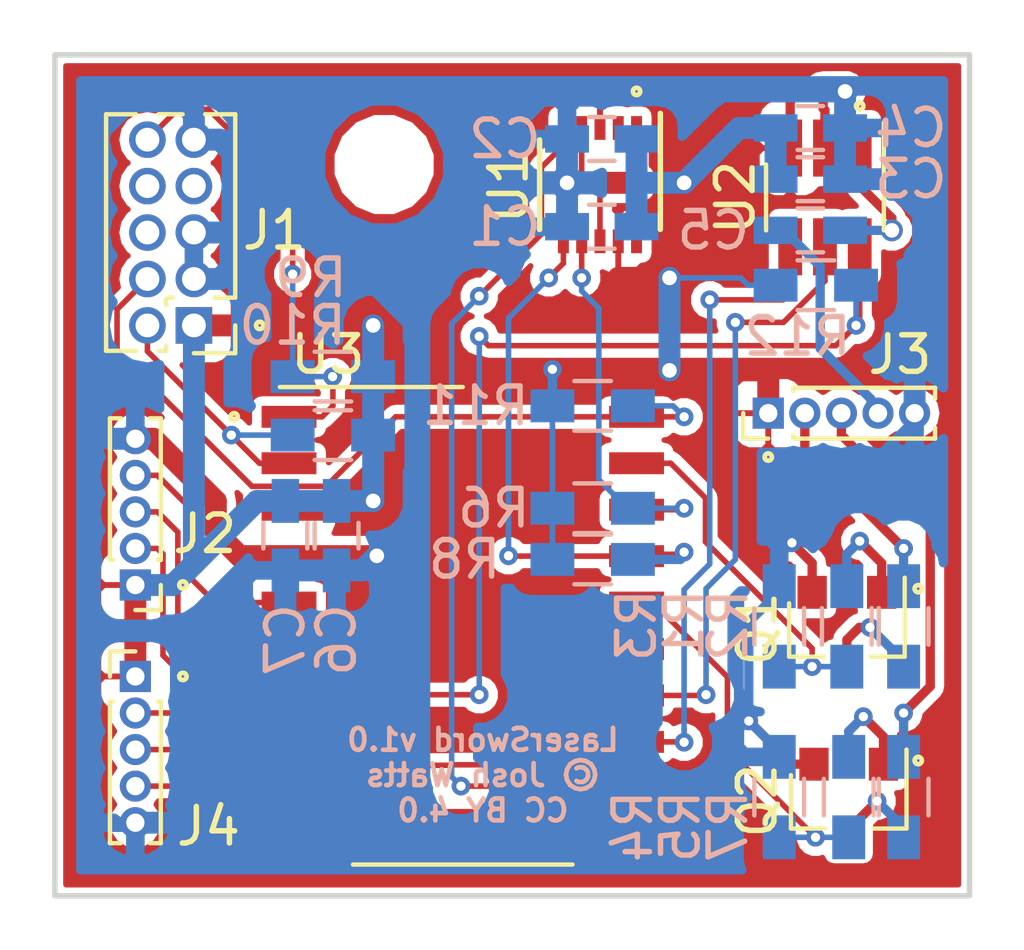
<source format=kicad_pcb>
(kicad_pcb (version 4) (host pcbnew 4.0.7-e2-6376~58~ubuntu16.04.1)

  (general
    (links 72)
    (no_connects 0)
    (area 96.924999 51.924999 122.075001 75.075001)
    (thickness 1.6)
    (drawings 14)
    (tracks 325)
    (zones 0)
    (modules 29)
    (nets 34)
  )

  (page A4)
  (layers
    (0 F.Cu signal)
    (31 B.Cu signal hide)
    (32 B.Adhes user hide)
    (33 F.Adhes user hide)
    (34 B.Paste user hide)
    (35 F.Paste user hide)
    (36 B.SilkS user hide)
    (37 F.SilkS user)
    (38 B.Mask user hide)
    (39 F.Mask user hide)
    (40 Dwgs.User user hide)
    (41 Cmts.User user hide)
    (42 Eco1.User user hide)
    (43 Eco2.User user hide)
    (44 Edge.Cuts user)
    (45 Margin user hide)
    (46 B.CrtYd user hide)
    (47 F.CrtYd user)
    (48 B.Fab user hide)
    (49 F.Fab user hide)
  )

  (setup
    (last_trace_width 0.1524)
    (user_trace_width 0.1524)
    (user_trace_width 0.2)
    (user_trace_width 0.25)
    (user_trace_width 0.3)
    (user_trace_width 0.4)
    (user_trace_width 0.5)
    (user_trace_width 0.6)
    (user_trace_width 0.8)
    (trace_clearance 0.254)
    (zone_clearance 0.1524)
    (zone_45_only no)
    (trace_min 0.1524)
    (segment_width 0.127)
    (edge_width 0.127)
    (via_size 0.508)
    (via_drill 0.254)
    (via_min_size 0.508)
    (via_min_drill 0.254)
    (user_via 0.508 0.254)
    (user_via 0.6 0.4)
    (uvia_size 1)
    (uvia_drill 0)
    (uvias_allowed no)
    (uvia_min_size 0)
    (uvia_min_drill 0)
    (pcb_text_width 0.127)
    (pcb_text_size 0.6 0.6)
    (mod_edge_width 0.127)
    (mod_text_size 0.6 0.6)
    (mod_text_width 0.127)
    (pad_size 1.524 1.524)
    (pad_drill 0.762)
    (pad_to_mask_clearance 0.05)
    (pad_to_paste_clearance -0.04)
    (aux_axis_origin 0 0)
    (visible_elements FFFFFB7F)
    (pcbplotparams
      (layerselection 0x3ffff_80000001)
      (usegerberextensions true)
      (usegerberattributes true)
      (excludeedgelayer true)
      (linewidth 0.127000)
      (plotframeref false)
      (viasonmask false)
      (mode 1)
      (useauxorigin false)
      (hpglpennumber 1)
      (hpglpenspeed 20)
      (hpglpendiameter 15)
      (hpglpenoverlay 2)
      (psnegative false)
      (psa4output false)
      (plotreference true)
      (plotvalue true)
      (plotinvisibletext false)
      (padsonsilk false)
      (subtractmaskfromsilk false)
      (outputformat 1)
      (mirror false)
      (drillshape 0)
      (scaleselection 1)
      (outputdirectory CAM/))
  )

  (net 0 "")
  (net 1 VCC)
  (net 2 GND)
  (net 3 /SPKR)
  (net 4 "Net-(C5-Pad2)")
  (net 5 /SWDIO)
  (net 6 /SWCLK)
  (net 7 "Net-(J1-Pad6)")
  (net 8 "Net-(J1-Pad7)")
  (net 9 "Net-(J1-Pad8)")
  (net 10 /RESETn)
  (net 11 /SW1)
  (net 12 /L1_IN)
  (net 13 /L2_IN)
  (net 14 /L1_OUT)
  (net 15 /L2_OUT)
  (net 16 /UART_TX)
  (net 17 /DBG0)
  (net 18 /DBG1)
  (net 19 "Net-(Q1-Pad1)")
  (net 20 "Net-(Q1-Pad3)")
  (net 21 "Net-(Q2-Pad1)")
  (net 22 "Net-(Q2-Pad3)")
  (net 23 /L1_uP)
  (net 24 /L2_uP)
  (net 25 /I2C_SDA)
  (net 26 /I2C_SCL)
  (net 27 /SPI_CSn)
  (net 28 "Net-(U1-Pad2)")
  (net 29 /ACCEL_INTn)
  (net 30 "Net-(U1-Pad10)")
  (net 31 /SPI_MOSI)
  (net 32 /SPI_CLK)
  (net 33 "Net-(U3-Pad9)")

  (net_class Default "This is the default net class."
    (clearance 0.254)
    (trace_width 0.254)
    (via_dia 0.508)
    (via_drill 0.254)
    (uvia_dia 1)
    (uvia_drill 0)
    (add_net /ACCEL_INTn)
    (add_net /DBG0)
    (add_net /DBG1)
    (add_net /I2C_SCL)
    (add_net /I2C_SDA)
    (add_net /L1_IN)
    (add_net /L1_OUT)
    (add_net /L1_uP)
    (add_net /L2_IN)
    (add_net /L2_OUT)
    (add_net /L2_uP)
    (add_net /RESETn)
    (add_net /SPI_CLK)
    (add_net /SPI_CSn)
    (add_net /SPI_MOSI)
    (add_net /SPKR)
    (add_net /SW1)
    (add_net /SWCLK)
    (add_net /SWDIO)
    (add_net /UART_TX)
    (add_net GND)
    (add_net "Net-(C5-Pad2)")
    (add_net "Net-(J1-Pad6)")
    (add_net "Net-(J1-Pad7)")
    (add_net "Net-(J1-Pad8)")
    (add_net "Net-(Q1-Pad1)")
    (add_net "Net-(Q1-Pad3)")
    (add_net "Net-(Q2-Pad1)")
    (add_net "Net-(Q2-Pad3)")
    (add_net "Net-(U1-Pad10)")
    (add_net "Net-(U1-Pad2)")
    (add_net "Net-(U3-Pad9)")
    (add_net VCC)
  )

  (net_class 0.2mm ""
    (clearance 0.2)
    (trace_width 0.2)
    (via_dia 0.508)
    (via_drill 0.254)
    (uvia_dia 1)
    (uvia_drill 0)
  )

  (net_class Minimal ""
    (clearance 0.1524)
    (trace_width 0.1524)
    (via_dia 0.508)
    (via_drill 0.254)
    (uvia_dia 1)
    (uvia_drill 0)
  )

  (net_class PWR ""
    (clearance 0.2)
    (trace_width 0.6)
    (via_dia 0.6)
    (via_drill 0.4)
    (uvia_dia 1)
    (uvia_drill 0)
  )

  (module Pin_Headers:Pin_Header_Straight_1x05_Pitch1.00mm (layer F.Cu) (tedit 59B55814) (tstamp 5A5A9D89)
    (at 116.5 61.8 90)
    (descr "Through hole straight pin header, 1x05, 1.00mm pitch, single row")
    (tags "Through hole pin header THT 1x05 1.00mm single row")
    (path /5A5823AC)
    (fp_text reference J3 (at 1.6 3.6 180) (layer F.SilkS)
      (effects (font (size 1 1) (thickness 0.15)))
    )
    (fp_text value OUTPUTS (at 0 5.56 90) (layer F.Fab)
      (effects (font (size 1 1) (thickness 0.15)))
    )
    (fp_line (start -0.3175 -0.5) (end 0.635 -0.5) (layer F.Fab) (width 0.1))
    (fp_line (start 0.635 -0.5) (end 0.635 4.5) (layer F.Fab) (width 0.1))
    (fp_line (start 0.635 4.5) (end -0.635 4.5) (layer F.Fab) (width 0.1))
    (fp_line (start -0.635 4.5) (end -0.635 -0.1825) (layer F.Fab) (width 0.1))
    (fp_line (start -0.635 -0.1825) (end -0.3175 -0.5) (layer F.Fab) (width 0.1))
    (fp_line (start -0.695 4.56) (end -0.394493 4.56) (layer F.SilkS) (width 0.12))
    (fp_line (start 0.394493 4.56) (end 0.695 4.56) (layer F.SilkS) (width 0.12))
    (fp_line (start -0.695 0.685) (end -0.695 4.56) (layer F.SilkS) (width 0.12))
    (fp_line (start 0.695 0.685) (end 0.695 4.56) (layer F.SilkS) (width 0.12))
    (fp_line (start -0.695 0.685) (end -0.608276 0.685) (layer F.SilkS) (width 0.12))
    (fp_line (start 0.608276 0.685) (end 0.695 0.685) (layer F.SilkS) (width 0.12))
    (fp_line (start -0.695 0) (end -0.695 -0.685) (layer F.SilkS) (width 0.12))
    (fp_line (start -0.695 -0.685) (end 0 -0.685) (layer F.SilkS) (width 0.12))
    (fp_line (start -1.15 -1) (end -1.15 5) (layer F.CrtYd) (width 0.05))
    (fp_line (start -1.15 5) (end 1.15 5) (layer F.CrtYd) (width 0.05))
    (fp_line (start 1.15 5) (end 1.15 -1) (layer F.CrtYd) (width 0.05))
    (fp_line (start 1.15 -1) (end -1.15 -1) (layer F.CrtYd) (width 0.05))
    (fp_text user %R (at 0 2 180) (layer F.Fab)
      (effects (font (size 0.76 0.76) (thickness 0.114)))
    )
    (pad 1 thru_hole rect (at 0 0 90) (size 0.85 0.85) (drill 0.5) (layers *.Cu *.Mask)
      (net 1 VCC))
    (pad 2 thru_hole oval (at 0 1 90) (size 0.85 0.85) (drill 0.5) (layers *.Cu *.Mask)
      (net 14 /L1_OUT))
    (pad 3 thru_hole oval (at 0 2 90) (size 0.85 0.85) (drill 0.5) (layers *.Cu *.Mask)
      (net 15 /L2_OUT))
    (pad 4 thru_hole oval (at 0 3 90) (size 0.85 0.85) (drill 0.5) (layers *.Cu *.Mask)
      (net 3 /SPKR))
    (pad 5 thru_hole oval (at 0 4 90) (size 0.85 0.85) (drill 0.5) (layers *.Cu *.Mask)
      (net 2 GND))
    (model ${KISYS3DMOD}/Pin_Headers.3dshapes/Pin_Header_Straight_1x05_Pitch1.00mm.wrl
      (at (xyz 0 0 0))
      (scale (xyz 1 1 1))
      (rotate (xyz 0 0 0))
    )
  )

  (module Resistors_SMD:R_0603_HandSoldering (layer B.Cu) (tedit 58E0A804) (tstamp 5A5AE854)
    (at 120.2 67.631881 90)
    (descr "Resistor SMD 0603, hand soldering")
    (tags "resistor 0603")
    (path /5A578E81)
    (attr smd)
    (fp_text reference R2 (at 0.031881 -4.8 90) (layer B.SilkS)
      (effects (font (size 1 1) (thickness 0.15)) (justify mirror))
    )
    (fp_text value 330 (at 0 -1.55 90) (layer B.Fab)
      (effects (font (size 1 1) (thickness 0.15)) (justify mirror))
    )
    (fp_text user %R (at 0 0 90) (layer B.Fab)
      (effects (font (size 0.4 0.4) (thickness 0.075)) (justify mirror))
    )
    (fp_line (start -0.8 -0.4) (end -0.8 0.4) (layer B.Fab) (width 0.1))
    (fp_line (start 0.8 -0.4) (end -0.8 -0.4) (layer B.Fab) (width 0.1))
    (fp_line (start 0.8 0.4) (end 0.8 -0.4) (layer B.Fab) (width 0.1))
    (fp_line (start -0.8 0.4) (end 0.8 0.4) (layer B.Fab) (width 0.1))
    (fp_line (start 0.5 -0.68) (end -0.5 -0.68) (layer B.SilkS) (width 0.12))
    (fp_line (start -0.5 0.68) (end 0.5 0.68) (layer B.SilkS) (width 0.12))
    (fp_line (start -1.96 0.7) (end 1.95 0.7) (layer B.CrtYd) (width 0.05))
    (fp_line (start -1.96 0.7) (end -1.96 -0.7) (layer B.CrtYd) (width 0.05))
    (fp_line (start 1.95 -0.7) (end 1.95 0.7) (layer B.CrtYd) (width 0.05))
    (fp_line (start 1.95 -0.7) (end -1.96 -0.7) (layer B.CrtYd) (width 0.05))
    (pad 1 smd rect (at -1.1 0 90) (size 1.2 0.9) (layers B.Cu B.Paste B.Mask)
      (net 20 "Net-(Q1-Pad3)"))
    (pad 2 smd rect (at 1.1 0 90) (size 1.2 0.9) (layers B.Cu B.Paste B.Mask)
      (net 14 /L1_OUT))
    (model ${KISYS3DMOD}/Resistors_SMD.3dshapes/R_0603.wrl
      (at (xyz 0 0 0))
      (scale (xyz 1 1 1))
      (rotate (xyz 0 0 0))
    )
  )

  (module Capacitors_SMD:C_0603_HandSoldering (layer B.Cu) (tedit 58AA848B) (tstamp 5A5AE831)
    (at 111.95 54.3 180)
    (descr "Capacitor SMD 0603, hand soldering")
    (tags "capacitor 0603")
    (path /5A57BBF5)
    (attr smd)
    (fp_text reference C2 (at 2.65 0 180) (layer B.SilkS)
      (effects (font (size 1 1) (thickness 0.15)) (justify mirror))
    )
    (fp_text value 10uF (at 0 -1.5 180) (layer B.Fab)
      (effects (font (size 1 1) (thickness 0.15)) (justify mirror))
    )
    (fp_text user %R (at 0 1.25 180) (layer B.Fab)
      (effects (font (size 1 1) (thickness 0.15)) (justify mirror))
    )
    (fp_line (start -0.8 -0.4) (end -0.8 0.4) (layer B.Fab) (width 0.1))
    (fp_line (start 0.8 -0.4) (end -0.8 -0.4) (layer B.Fab) (width 0.1))
    (fp_line (start 0.8 0.4) (end 0.8 -0.4) (layer B.Fab) (width 0.1))
    (fp_line (start -0.8 0.4) (end 0.8 0.4) (layer B.Fab) (width 0.1))
    (fp_line (start -0.35 0.6) (end 0.35 0.6) (layer B.SilkS) (width 0.12))
    (fp_line (start 0.35 -0.6) (end -0.35 -0.6) (layer B.SilkS) (width 0.12))
    (fp_line (start -1.8 0.65) (end 1.8 0.65) (layer B.CrtYd) (width 0.05))
    (fp_line (start -1.8 0.65) (end -1.8 -0.65) (layer B.CrtYd) (width 0.05))
    (fp_line (start 1.8 -0.65) (end 1.8 0.65) (layer B.CrtYd) (width 0.05))
    (fp_line (start 1.8 -0.65) (end -1.8 -0.65) (layer B.CrtYd) (width 0.05))
    (pad 1 smd rect (at -0.95 0 180) (size 1.2 0.75) (layers B.Cu B.Paste B.Mask)
      (net 1 VCC))
    (pad 2 smd rect (at 0.95 0 180) (size 1.2 0.75) (layers B.Cu B.Paste B.Mask)
      (net 2 GND))
    (model Capacitors_SMD.3dshapes/C_0603.wrl
      (at (xyz 0 0 0))
      (scale (xyz 1 1 1))
      (rotate (xyz 0 0 0))
    )
  )

  (module Housings_SOIC:SO-20_12.8x7.5mm_Pitch1.27mm (layer F.Cu) (tedit 59D912C3) (tstamp 5A5A9E1C)
    (at 108.15 67.615)
    (descr "SO-20, 12.8x7.5mm, https://www.nxp.com/docs/en/data-sheet/SA605.pdf")
    (tags "S0-20 ")
    (path /5A578A31)
    (attr smd)
    (fp_text reference U3 (at -3.69 -7.42) (layer F.SilkS)
      (effects (font (size 1 1) (thickness 0.15)))
    )
    (fp_text value MKE04Z8VWJ4 (at 0 7.99) (layer F.Fab)
      (effects (font (size 1 1) (thickness 0.15)))
    )
    (fp_line (start -1.2 -6.4) (end 2.2 -6.4) (layer F.Fab) (width 0.1))
    (fp_line (start 2.2 -6.4) (end 2.2 6.4) (layer F.Fab) (width 0.1))
    (fp_line (start 2.2 6.4) (end -2.2 6.4) (layer F.Fab) (width 0.1))
    (fp_line (start -2.2 6.4) (end -2.2 -5.4) (layer F.Fab) (width 0.1))
    (fp_line (start -2.2 -5.4) (end -1.2 -6.4) (layer F.Fab) (width 0.1))
    (fp_line (start -3 6.53) (end 3 6.53) (layer F.SilkS) (width 0.12))
    (fp_line (start -5 -6.53) (end 0 -6.53) (layer F.SilkS) (width 0.12))
    (fp_line (start -5.7 -6.7) (end 5.7 -6.7) (layer F.CrtYd) (width 0.05))
    (fp_line (start 5.7 -6.7) (end 5.7 6.7) (layer F.CrtYd) (width 0.05))
    (fp_line (start 5.7 6.7) (end -5.7 6.7) (layer F.CrtYd) (width 0.05))
    (fp_line (start -5.7 6.7) (end -5.7 -6.7) (layer F.CrtYd) (width 0.05))
    (fp_text user %R (at 0 0) (layer F.Fab)
      (effects (font (size 1 1) (thickness 0.15)))
    )
    (pad 6 smd rect (at -4.75 0.635) (size 1.5 0.6) (layers F.Cu F.Paste F.Mask)
      (net 12 /L1_IN))
    (pad 5 smd rect (at -4.75 -0.635) (size 1.5 0.6) (layers F.Cu F.Paste F.Mask)
      (net 13 /L2_IN))
    (pad 4 smd rect (at -4.75 -1.905) (size 1.5 0.6) (layers F.Cu F.Paste F.Mask)
      (net 2 GND))
    (pad 3 smd rect (at -4.75 -3.175) (size 1.5 0.6) (layers F.Cu F.Paste F.Mask)
      (net 1 VCC))
    (pad 2 smd rect (at -4.75 -4.445) (size 1.5 0.6) (layers F.Cu F.Paste F.Mask)
      (net 5 /SWDIO))
    (pad 1 smd rect (at -4.75 -5.715) (size 1.5 0.6) (layers F.Cu F.Paste F.Mask)
      (net 10 /RESETn))
    (pad 7 smd rect (at -4.75 1.905) (size 1.5 0.6) (layers F.Cu F.Paste F.Mask)
      (net 27 /SPI_CSn))
    (pad 8 smd rect (at -4.75 3.175) (size 1.5 0.6) (layers F.Cu F.Paste F.Mask)
      (net 11 /SW1))
    (pad 9 smd rect (at -4.75 4.445) (size 1.5 0.6) (layers F.Cu F.Paste F.Mask)
      (net 33 "Net-(U3-Pad9)"))
    (pad 10 smd rect (at -4.75 5.715) (size 1.5 0.6) (layers F.Cu F.Paste F.Mask)
      (net 18 /DBG1))
    (pad 11 smd rect (at 4.75 5.715) (size 1.5 0.6) (layers F.Cu F.Paste F.Mask)
      (net 17 /DBG0))
    (pad 12 smd rect (at 4.75 4.445) (size 1.5 0.6) (layers F.Cu F.Paste F.Mask)
      (net 29 /ACCEL_INTn))
    (pad 13 smd rect (at 4.75 3.175) (size 1.5 0.6) (layers F.Cu F.Paste F.Mask)
      (net 31 /SPI_MOSI))
    (pad 14 smd rect (at 4.75 1.905) (size 1.5 0.6) (layers F.Cu F.Paste F.Mask)
      (net 32 /SPI_CLK))
    (pad 15 smd rect (at 4.75 0.635) (size 1.5 0.6) (layers F.Cu F.Paste F.Mask)
      (net 16 /UART_TX))
    (pad 16 smd rect (at 4.75 -0.635) (size 1.5 0.6) (layers F.Cu F.Paste F.Mask)
      (net 24 /L2_uP))
    (pad 17 smd rect (at 4.75 -1.905) (size 1.5 0.6) (layers F.Cu F.Paste F.Mask)
      (net 26 /I2C_SCL))
    (pad 18 smd rect (at 4.75 -3.175) (size 1.5 0.6) (layers F.Cu F.Paste F.Mask)
      (net 25 /I2C_SDA))
    (pad 19 smd rect (at 4.75 -4.445) (size 1.5 0.6) (layers F.Cu F.Paste F.Mask)
      (net 23 /L1_uP))
    (pad 20 smd rect (at 4.75 -5.715) (size 1.5 0.6) (layers F.Cu F.Paste F.Mask)
      (net 6 /SWCLK))
    (model ${KISYS3DMOD}/Housings_SOIC.3dshapes/SO-20_12.8x7.5mm_Pitch1.27mm.wrl
      (at (xyz 0 0 0))
      (scale (xyz 1 1 1))
      (rotate (xyz 0 0 0))
    )
  )

  (module Pin_Headers:Pin_Header_Straight_2x05_Pitch1.27mm (layer F.Cu) (tedit 59650536) (tstamp 5A5A9D77)
    (at 100.8 59.4 180)
    (descr "Through hole straight pin header, 2x05, 1.27mm pitch, double rows")
    (tags "Through hole pin header THT 2x05 1.27mm double row")
    (path /5A57E16D)
    (fp_text reference J1 (at -2.2 2.6 180) (layer F.SilkS)
      (effects (font (size 1 1) (thickness 0.15)))
    )
    (fp_text value SWD (at 0.635 7.81 450) (layer F.Fab)
      (effects (font (size 1 1) (thickness 0.15)))
    )
    (fp_line (start -0.2175 -0.635) (end 2.34 -0.635) (layer F.Fab) (width 0.1))
    (fp_line (start 2.34 -0.635) (end 2.34 5.715) (layer F.Fab) (width 0.1))
    (fp_line (start 2.34 5.715) (end -1.07 5.715) (layer F.Fab) (width 0.1))
    (fp_line (start -1.07 5.715) (end -1.07 0.2175) (layer F.Fab) (width 0.1))
    (fp_line (start -1.07 0.2175) (end -0.2175 -0.635) (layer F.Fab) (width 0.1))
    (fp_line (start -1.13 5.775) (end -0.30753 5.775) (layer F.SilkS) (width 0.12))
    (fp_line (start 1.57753 5.775) (end 2.4 5.775) (layer F.SilkS) (width 0.12))
    (fp_line (start 0.30753 5.775) (end 0.96247 5.775) (layer F.SilkS) (width 0.12))
    (fp_line (start -1.13 0.76) (end -1.13 5.775) (layer F.SilkS) (width 0.12))
    (fp_line (start 2.4 -0.695) (end 2.4 5.775) (layer F.SilkS) (width 0.12))
    (fp_line (start -1.13 0.76) (end -0.563471 0.76) (layer F.SilkS) (width 0.12))
    (fp_line (start 0.563471 0.76) (end 0.706529 0.76) (layer F.SilkS) (width 0.12))
    (fp_line (start 0.76 0.706529) (end 0.76 0.563471) (layer F.SilkS) (width 0.12))
    (fp_line (start 0.76 -0.563471) (end 0.76 -0.695) (layer F.SilkS) (width 0.12))
    (fp_line (start 0.76 -0.695) (end 0.96247 -0.695) (layer F.SilkS) (width 0.12))
    (fp_line (start 1.57753 -0.695) (end 2.4 -0.695) (layer F.SilkS) (width 0.12))
    (fp_line (start -1.13 0) (end -1.13 -0.76) (layer F.SilkS) (width 0.12))
    (fp_line (start -1.13 -0.76) (end 0 -0.76) (layer F.SilkS) (width 0.12))
    (fp_line (start -1.6 -1.15) (end -1.6 6.25) (layer F.CrtYd) (width 0.05))
    (fp_line (start -1.6 6.25) (end 2.85 6.25) (layer F.CrtYd) (width 0.05))
    (fp_line (start 2.85 6.25) (end 2.85 -1.15) (layer F.CrtYd) (width 0.05))
    (fp_line (start 2.85 -1.15) (end -1.6 -1.15) (layer F.CrtYd) (width 0.05))
    (fp_text user %R (at 0.635 2.54 270) (layer F.Fab)
      (effects (font (size 1 1) (thickness 0.15)))
    )
    (pad 1 thru_hole rect (at 0 0 180) (size 1 1) (drill 0.65) (layers *.Cu *.Mask)
      (net 1 VCC))
    (pad 2 thru_hole oval (at 1.27 0 180) (size 1 1) (drill 0.65) (layers *.Cu *.Mask)
      (net 5 /SWDIO))
    (pad 3 thru_hole oval (at 0 1.27 180) (size 1 1) (drill 0.65) (layers *.Cu *.Mask)
      (net 2 GND))
    (pad 4 thru_hole oval (at 1.27 1.27 180) (size 1 1) (drill 0.65) (layers *.Cu *.Mask)
      (net 6 /SWCLK))
    (pad 5 thru_hole oval (at 0 2.54 180) (size 1 1) (drill 0.65) (layers *.Cu *.Mask)
      (net 2 GND))
    (pad 6 thru_hole oval (at 1.27 2.54 180) (size 1 1) (drill 0.65) (layers *.Cu *.Mask)
      (net 7 "Net-(J1-Pad6)"))
    (pad 7 thru_hole oval (at 0 3.81 180) (size 1 1) (drill 0.65) (layers *.Cu *.Mask)
      (net 8 "Net-(J1-Pad7)"))
    (pad 8 thru_hole oval (at 1.27 3.81 180) (size 1 1) (drill 0.65) (layers *.Cu *.Mask)
      (net 9 "Net-(J1-Pad8)"))
    (pad 9 thru_hole oval (at 0 5.08 180) (size 1 1) (drill 0.65) (layers *.Cu *.Mask)
      (net 2 GND))
    (pad 10 thru_hole oval (at 1.27 5.08 180) (size 1 1) (drill 0.65) (layers *.Cu *.Mask)
      (net 10 /RESETn))
    (model ${KISYS3DMOD}/Pin_Headers.3dshapes/Pin_Header_Straight_2x05_Pitch1.27mm.wrl
      (at (xyz 0 0 0))
      (scale (xyz 1 1 1))
      (rotate (xyz 0 0 0))
    )
  )

  (module Pin_Headers:Pin_Header_Straight_1x05_Pitch1.00mm (layer F.Cu) (tedit 59B55814) (tstamp 5A5A9D80)
    (at 99.2 66.5 180)
    (descr "Through hole straight pin header, 1x05, 1.00mm pitch, single row")
    (tags "Through hole pin header THT 1x05 1.00mm single row")
    (path /5A57E5FD)
    (fp_text reference J2 (at -1.9 1.4 180) (layer F.SilkS)
      (effects (font (size 1 1) (thickness 0.15)))
    )
    (fp_text value INPUTS (at 4 2 270) (layer F.Fab)
      (effects (font (size 1 1) (thickness 0.15)))
    )
    (fp_line (start -0.3175 -0.5) (end 0.635 -0.5) (layer F.Fab) (width 0.1))
    (fp_line (start 0.635 -0.5) (end 0.635 4.5) (layer F.Fab) (width 0.1))
    (fp_line (start 0.635 4.5) (end -0.635 4.5) (layer F.Fab) (width 0.1))
    (fp_line (start -0.635 4.5) (end -0.635 -0.1825) (layer F.Fab) (width 0.1))
    (fp_line (start -0.635 -0.1825) (end -0.3175 -0.5) (layer F.Fab) (width 0.1))
    (fp_line (start -0.695 4.56) (end -0.394493 4.56) (layer F.SilkS) (width 0.12))
    (fp_line (start 0.394493 4.56) (end 0.695 4.56) (layer F.SilkS) (width 0.12))
    (fp_line (start -0.695 0.685) (end -0.695 4.56) (layer F.SilkS) (width 0.12))
    (fp_line (start 0.695 0.685) (end 0.695 4.56) (layer F.SilkS) (width 0.12))
    (fp_line (start -0.695 0.685) (end -0.608276 0.685) (layer F.SilkS) (width 0.12))
    (fp_line (start 0.608276 0.685) (end 0.695 0.685) (layer F.SilkS) (width 0.12))
    (fp_line (start -0.695 0) (end -0.695 -0.685) (layer F.SilkS) (width 0.12))
    (fp_line (start -0.695 -0.685) (end 0 -0.685) (layer F.SilkS) (width 0.12))
    (fp_line (start -1.15 -1) (end -1.15 5) (layer F.CrtYd) (width 0.05))
    (fp_line (start -1.15 5) (end 1.15 5) (layer F.CrtYd) (width 0.05))
    (fp_line (start 1.15 5) (end 1.15 -1) (layer F.CrtYd) (width 0.05))
    (fp_line (start 1.15 -1) (end -1.15 -1) (layer F.CrtYd) (width 0.05))
    (fp_text user %R (at 0 2 270) (layer F.Fab)
      (effects (font (size 0.76 0.76) (thickness 0.114)))
    )
    (pad 1 thru_hole rect (at 0 0 180) (size 0.85 0.85) (drill 0.5) (layers *.Cu *.Mask)
      (net 1 VCC))
    (pad 2 thru_hole oval (at 0 1 180) (size 0.85 0.85) (drill 0.5) (layers *.Cu *.Mask)
      (net 11 /SW1))
    (pad 3 thru_hole oval (at 0 2 180) (size 0.85 0.85) (drill 0.5) (layers *.Cu *.Mask)
      (net 12 /L1_IN))
    (pad 4 thru_hole oval (at 0 3 180) (size 0.85 0.85) (drill 0.5) (layers *.Cu *.Mask)
      (net 13 /L2_IN))
    (pad 5 thru_hole oval (at 0 4 180) (size 0.85 0.85) (drill 0.5) (layers *.Cu *.Mask)
      (net 2 GND))
    (model ${KISYS3DMOD}/Pin_Headers.3dshapes/Pin_Header_Straight_1x05_Pitch1.00mm.wrl
      (at (xyz 0 0 0))
      (scale (xyz 1 1 1))
      (rotate (xyz 0 0 0))
    )
  )

  (module Pin_Headers:Pin_Header_Straight_1x05_Pitch1.00mm (layer F.Cu) (tedit 59B55814) (tstamp 5A5A9D92)
    (at 99.2 69)
    (descr "Through hole straight pin header, 1x05, 1.00mm pitch, single row")
    (tags "Through hole pin header THT 1x05 1.00mm single row")
    (path /5A58BA83)
    (fp_text reference J4 (at 2 4.1) (layer F.SilkS)
      (effects (font (size 1 1) (thickness 0.15)))
    )
    (fp_text value DEBUG (at 0 5.56) (layer F.Fab)
      (effects (font (size 1 1) (thickness 0.15)))
    )
    (fp_line (start -0.3175 -0.5) (end 0.635 -0.5) (layer F.Fab) (width 0.1))
    (fp_line (start 0.635 -0.5) (end 0.635 4.5) (layer F.Fab) (width 0.1))
    (fp_line (start 0.635 4.5) (end -0.635 4.5) (layer F.Fab) (width 0.1))
    (fp_line (start -0.635 4.5) (end -0.635 -0.1825) (layer F.Fab) (width 0.1))
    (fp_line (start -0.635 -0.1825) (end -0.3175 -0.5) (layer F.Fab) (width 0.1))
    (fp_line (start -0.695 4.56) (end -0.394493 4.56) (layer F.SilkS) (width 0.12))
    (fp_line (start 0.394493 4.56) (end 0.695 4.56) (layer F.SilkS) (width 0.12))
    (fp_line (start -0.695 0.685) (end -0.695 4.56) (layer F.SilkS) (width 0.12))
    (fp_line (start 0.695 0.685) (end 0.695 4.56) (layer F.SilkS) (width 0.12))
    (fp_line (start -0.695 0.685) (end -0.608276 0.685) (layer F.SilkS) (width 0.12))
    (fp_line (start 0.608276 0.685) (end 0.695 0.685) (layer F.SilkS) (width 0.12))
    (fp_line (start -0.695 0) (end -0.695 -0.685) (layer F.SilkS) (width 0.12))
    (fp_line (start -0.695 -0.685) (end 0 -0.685) (layer F.SilkS) (width 0.12))
    (fp_line (start -1.15 -1) (end -1.15 5) (layer F.CrtYd) (width 0.05))
    (fp_line (start -1.15 5) (end 1.15 5) (layer F.CrtYd) (width 0.05))
    (fp_line (start 1.15 5) (end 1.15 -1) (layer F.CrtYd) (width 0.05))
    (fp_line (start 1.15 -1) (end -1.15 -1) (layer F.CrtYd) (width 0.05))
    (fp_text user %R (at 0 2 90) (layer F.Fab)
      (effects (font (size 0.76 0.76) (thickness 0.114)))
    )
    (pad 1 thru_hole rect (at 0 0) (size 0.85 0.85) (drill 0.5) (layers *.Cu *.Mask)
      (net 1 VCC))
    (pad 2 thru_hole oval (at 0 1) (size 0.85 0.85) (drill 0.5) (layers *.Cu *.Mask)
      (net 16 /UART_TX))
    (pad 3 thru_hole oval (at 0 2) (size 0.85 0.85) (drill 0.5) (layers *.Cu *.Mask)
      (net 17 /DBG0))
    (pad 4 thru_hole oval (at 0 3) (size 0.85 0.85) (drill 0.5) (layers *.Cu *.Mask)
      (net 18 /DBG1))
    (pad 5 thru_hole oval (at 0 4) (size 0.85 0.85) (drill 0.5) (layers *.Cu *.Mask)
      (net 2 GND))
    (model ${KISYS3DMOD}/Pin_Headers.3dshapes/Pin_Header_Straight_1x05_Pitch1.00mm.wrl
      (at (xyz 0 0 0))
      (scale (xyz 1 1 1))
      (rotate (xyz 0 0 0))
    )
  )

  (module TO_SOT_Packages_SMD:SOT-23 (layer F.Cu) (tedit 58CE4E7E) (tstamp 5A5A9D99)
    (at 118.65 67.7 270)
    (descr "SOT-23, Standard")
    (tags SOT-23)
    (path /5A5CE2DD)
    (attr smd)
    (fp_text reference Q1 (at 0 2.45 270) (layer F.SilkS)
      (effects (font (size 1 1) (thickness 0.15)))
    )
    (fp_text value Q_NPN_BEC (at 0 2.5 270) (layer F.Fab)
      (effects (font (size 1 1) (thickness 0.15)))
    )
    (fp_text user %R (at 0 0 360) (layer F.Fab)
      (effects (font (size 0.5 0.5) (thickness 0.075)))
    )
    (fp_line (start -0.7 -0.95) (end -0.7 1.5) (layer F.Fab) (width 0.1))
    (fp_line (start -0.15 -1.52) (end 0.7 -1.52) (layer F.Fab) (width 0.1))
    (fp_line (start -0.7 -0.95) (end -0.15 -1.52) (layer F.Fab) (width 0.1))
    (fp_line (start 0.7 -1.52) (end 0.7 1.52) (layer F.Fab) (width 0.1))
    (fp_line (start -0.7 1.52) (end 0.7 1.52) (layer F.Fab) (width 0.1))
    (fp_line (start 0.76 1.58) (end 0.76 0.65) (layer F.SilkS) (width 0.12))
    (fp_line (start 0.76 -1.58) (end 0.76 -0.65) (layer F.SilkS) (width 0.12))
    (fp_line (start -1.7 -1.75) (end 1.7 -1.75) (layer F.CrtYd) (width 0.05))
    (fp_line (start 1.7 -1.75) (end 1.7 1.75) (layer F.CrtYd) (width 0.05))
    (fp_line (start 1.7 1.75) (end -1.7 1.75) (layer F.CrtYd) (width 0.05))
    (fp_line (start -1.7 1.75) (end -1.7 -1.75) (layer F.CrtYd) (width 0.05))
    (fp_line (start 0.76 -1.58) (end -1.4 -1.58) (layer F.SilkS) (width 0.12))
    (fp_line (start 0.76 1.58) (end -0.7 1.58) (layer F.SilkS) (width 0.12))
    (pad 1 smd rect (at -1 -0.95 270) (size 0.9 0.8) (layers F.Cu F.Paste F.Mask)
      (net 19 "Net-(Q1-Pad1)"))
    (pad 2 smd rect (at -1 0.95 270) (size 0.9 0.8) (layers F.Cu F.Paste F.Mask)
      (net 2 GND))
    (pad 3 smd rect (at 1 0 270) (size 0.9 0.8) (layers F.Cu F.Paste F.Mask)
      (net 20 "Net-(Q1-Pad3)"))
    (model ${KISYS3DMOD}/TO_SOT_Packages_SMD.3dshapes/SOT-23.wrl
      (at (xyz 0 0 0))
      (scale (xyz 1 1 1))
      (rotate (xyz 0 0 0))
    )
  )

  (module TO_SOT_Packages_SMD:SOT-23 (layer F.Cu) (tedit 58CE4E7E) (tstamp 5A5A9DA0)
    (at 118.7 72.4 270)
    (descr "SOT-23, Standard")
    (tags SOT-23)
    (path /5A5CDB10)
    (attr smd)
    (fp_text reference Q2 (at 0 2.5 270) (layer F.SilkS)
      (effects (font (size 1 1) (thickness 0.15)))
    )
    (fp_text value Q_NPN_BEC (at 0 2.5 270) (layer F.Fab)
      (effects (font (size 1 1) (thickness 0.15)))
    )
    (fp_text user %R (at 0 0 360) (layer F.Fab)
      (effects (font (size 0.5 0.5) (thickness 0.075)))
    )
    (fp_line (start -0.7 -0.95) (end -0.7 1.5) (layer F.Fab) (width 0.1))
    (fp_line (start -0.15 -1.52) (end 0.7 -1.52) (layer F.Fab) (width 0.1))
    (fp_line (start -0.7 -0.95) (end -0.15 -1.52) (layer F.Fab) (width 0.1))
    (fp_line (start 0.7 -1.52) (end 0.7 1.52) (layer F.Fab) (width 0.1))
    (fp_line (start -0.7 1.52) (end 0.7 1.52) (layer F.Fab) (width 0.1))
    (fp_line (start 0.76 1.58) (end 0.76 0.65) (layer F.SilkS) (width 0.12))
    (fp_line (start 0.76 -1.58) (end 0.76 -0.65) (layer F.SilkS) (width 0.12))
    (fp_line (start -1.7 -1.75) (end 1.7 -1.75) (layer F.CrtYd) (width 0.05))
    (fp_line (start 1.7 -1.75) (end 1.7 1.75) (layer F.CrtYd) (width 0.05))
    (fp_line (start 1.7 1.75) (end -1.7 1.75) (layer F.CrtYd) (width 0.05))
    (fp_line (start -1.7 1.75) (end -1.7 -1.75) (layer F.CrtYd) (width 0.05))
    (fp_line (start 0.76 -1.58) (end -1.4 -1.58) (layer F.SilkS) (width 0.12))
    (fp_line (start 0.76 1.58) (end -0.7 1.58) (layer F.SilkS) (width 0.12))
    (pad 1 smd rect (at -1 -0.95 270) (size 0.9 0.8) (layers F.Cu F.Paste F.Mask)
      (net 21 "Net-(Q2-Pad1)"))
    (pad 2 smd rect (at -1 0.95 270) (size 0.9 0.8) (layers F.Cu F.Paste F.Mask)
      (net 2 GND))
    (pad 3 smd rect (at 1 0 270) (size 0.9 0.8) (layers F.Cu F.Paste F.Mask)
      (net 22 "Net-(Q2-Pad3)"))
    (model ${KISYS3DMOD}/TO_SOT_Packages_SMD.3dshapes/SOT-23.wrl
      (at (xyz 0 0 0))
      (scale (xyz 1 1 1))
      (rotate (xyz 0 0 0))
    )
  )

  (module TO_SOT_Packages_SMD:SOT-23-6_Handsoldering (layer F.Cu) (tedit 58CE4E7E) (tstamp 5A5A9E04)
    (at 118.05 55.9 270)
    (descr "6-pin SOT-23 package, Handsoldering")
    (tags "SOT-23-6 Handsoldering")
    (path /5A578C16)
    (attr smd)
    (fp_text reference U2 (at 0 2.45 270) (layer F.SilkS)
      (effects (font (size 1 1) (thickness 0.15)))
    )
    (fp_text value DAC101S101 (at 0 2.9 270) (layer F.Fab)
      (effects (font (size 1 1) (thickness 0.15)))
    )
    (fp_text user %R (at 0 0 360) (layer F.Fab)
      (effects (font (size 0.5 0.5) (thickness 0.075)))
    )
    (fp_line (start -0.9 1.61) (end 0.9 1.61) (layer F.SilkS) (width 0.12))
    (fp_line (start 0.9 -1.61) (end -2.05 -1.61) (layer F.SilkS) (width 0.12))
    (fp_line (start -2.4 1.8) (end -2.4 -1.8) (layer F.CrtYd) (width 0.05))
    (fp_line (start 2.4 1.8) (end -2.4 1.8) (layer F.CrtYd) (width 0.05))
    (fp_line (start 2.4 -1.8) (end 2.4 1.8) (layer F.CrtYd) (width 0.05))
    (fp_line (start -2.4 -1.8) (end 2.4 -1.8) (layer F.CrtYd) (width 0.05))
    (fp_line (start -0.9 -0.9) (end -0.25 -1.55) (layer F.Fab) (width 0.1))
    (fp_line (start 0.9 -1.55) (end -0.25 -1.55) (layer F.Fab) (width 0.1))
    (fp_line (start -0.9 -0.9) (end -0.9 1.55) (layer F.Fab) (width 0.1))
    (fp_line (start 0.9 1.55) (end -0.9 1.55) (layer F.Fab) (width 0.1))
    (fp_line (start 0.9 -1.55) (end 0.9 1.55) (layer F.Fab) (width 0.1))
    (pad 1 smd rect (at -1.35 -0.95 270) (size 1.56 0.65) (layers F.Cu F.Paste F.Mask)
      (net 4 "Net-(C5-Pad2)"))
    (pad 2 smd rect (at -1.35 0 270) (size 1.56 0.65) (layers F.Cu F.Paste F.Mask)
      (net 2 GND))
    (pad 3 smd rect (at -1.35 0.95 270) (size 1.56 0.65) (layers F.Cu F.Paste F.Mask)
      (net 1 VCC))
    (pad 4 smd rect (at 1.35 0.95 270) (size 1.56 0.65) (layers F.Cu F.Paste F.Mask)
      (net 31 /SPI_MOSI))
    (pad 6 smd rect (at 1.35 -0.95 270) (size 1.56 0.65) (layers F.Cu F.Paste F.Mask)
      (net 27 /SPI_CSn))
    (pad 5 smd rect (at 1.35 0 270) (size 1.56 0.65) (layers F.Cu F.Paste F.Mask)
      (net 32 /SPI_CLK))
    (model ${KISYS3DMOD}/TO_SOT_Packages_SMD.3dshapes/SOT-23-6.wrl
      (at (xyz 0 0 0))
      (scale (xyz 1 1 1))
      (rotate (xyz 0 0 0))
    )
  )

  (module Capacitors_SMD:C_0603_HandSoldering (layer B.Cu) (tedit 58AA848B) (tstamp 5A5AE82C)
    (at 111.95 56.7 180)
    (descr "Capacitor SMD 0603, hand soldering")
    (tags "capacitor 0603")
    (path /5A57BBFB)
    (attr smd)
    (fp_text reference C1 (at 2.65 0 180) (layer B.SilkS)
      (effects (font (size 1 1) (thickness 0.15)) (justify mirror))
    )
    (fp_text value 0.1uF (at 0 -1.5 180) (layer B.Fab)
      (effects (font (size 1 1) (thickness 0.15)) (justify mirror))
    )
    (fp_text user %R (at 0 1.25 180) (layer B.Fab)
      (effects (font (size 1 1) (thickness 0.15)) (justify mirror))
    )
    (fp_line (start -0.8 -0.4) (end -0.8 0.4) (layer B.Fab) (width 0.1))
    (fp_line (start 0.8 -0.4) (end -0.8 -0.4) (layer B.Fab) (width 0.1))
    (fp_line (start 0.8 0.4) (end 0.8 -0.4) (layer B.Fab) (width 0.1))
    (fp_line (start -0.8 0.4) (end 0.8 0.4) (layer B.Fab) (width 0.1))
    (fp_line (start -0.35 0.6) (end 0.35 0.6) (layer B.SilkS) (width 0.12))
    (fp_line (start 0.35 -0.6) (end -0.35 -0.6) (layer B.SilkS) (width 0.12))
    (fp_line (start -1.8 0.65) (end 1.8 0.65) (layer B.CrtYd) (width 0.05))
    (fp_line (start -1.8 0.65) (end -1.8 -0.65) (layer B.CrtYd) (width 0.05))
    (fp_line (start 1.8 -0.65) (end 1.8 0.65) (layer B.CrtYd) (width 0.05))
    (fp_line (start 1.8 -0.65) (end -1.8 -0.65) (layer B.CrtYd) (width 0.05))
    (pad 1 smd rect (at -0.95 0 180) (size 1.2 0.75) (layers B.Cu B.Paste B.Mask)
      (net 1 VCC))
    (pad 2 smd rect (at 0.95 0 180) (size 1.2 0.75) (layers B.Cu B.Paste B.Mask)
      (net 2 GND))
    (model Capacitors_SMD.3dshapes/C_0603.wrl
      (at (xyz 0 0 0))
      (scale (xyz 1 1 1))
      (rotate (xyz 0 0 0))
    )
  )

  (module Capacitors_SMD:C_0603_HandSoldering (layer B.Cu) (tedit 58AA848B) (tstamp 5A5AE836)
    (at 117.65 55.4)
    (descr "Capacitor SMD 0603, hand soldering")
    (tags "capacitor 0603")
    (path /5A57BFA5)
    (attr smd)
    (fp_text reference C3 (at 2.75 0) (layer B.SilkS)
      (effects (font (size 1 1) (thickness 0.15)) (justify mirror))
    )
    (fp_text value 0.1uF (at 0 -1.5) (layer B.Fab)
      (effects (font (size 1 1) (thickness 0.15)) (justify mirror))
    )
    (fp_text user %R (at 0 1.25) (layer B.Fab)
      (effects (font (size 1 1) (thickness 0.15)) (justify mirror))
    )
    (fp_line (start -0.8 -0.4) (end -0.8 0.4) (layer B.Fab) (width 0.1))
    (fp_line (start 0.8 -0.4) (end -0.8 -0.4) (layer B.Fab) (width 0.1))
    (fp_line (start 0.8 0.4) (end 0.8 -0.4) (layer B.Fab) (width 0.1))
    (fp_line (start -0.8 0.4) (end 0.8 0.4) (layer B.Fab) (width 0.1))
    (fp_line (start -0.35 0.6) (end 0.35 0.6) (layer B.SilkS) (width 0.12))
    (fp_line (start 0.35 -0.6) (end -0.35 -0.6) (layer B.SilkS) (width 0.12))
    (fp_line (start -1.8 0.65) (end 1.8 0.65) (layer B.CrtYd) (width 0.05))
    (fp_line (start -1.8 0.65) (end -1.8 -0.65) (layer B.CrtYd) (width 0.05))
    (fp_line (start 1.8 -0.65) (end 1.8 0.65) (layer B.CrtYd) (width 0.05))
    (fp_line (start 1.8 -0.65) (end -1.8 -0.65) (layer B.CrtYd) (width 0.05))
    (pad 1 smd rect (at -0.95 0) (size 1.2 0.75) (layers B.Cu B.Paste B.Mask)
      (net 1 VCC))
    (pad 2 smd rect (at 0.95 0) (size 1.2 0.75) (layers B.Cu B.Paste B.Mask)
      (net 2 GND))
    (model Capacitors_SMD.3dshapes/C_0603.wrl
      (at (xyz 0 0 0))
      (scale (xyz 1 1 1))
      (rotate (xyz 0 0 0))
    )
  )

  (module Capacitors_SMD:C_0603_HandSoldering (layer B.Cu) (tedit 58AA848B) (tstamp 5A5AE83B)
    (at 117.65 54)
    (descr "Capacitor SMD 0603, hand soldering")
    (tags "capacitor 0603")
    (path /5A57BF9F)
    (attr smd)
    (fp_text reference C4 (at 2.75 0) (layer B.SilkS)
      (effects (font (size 1 1) (thickness 0.15)) (justify mirror))
    )
    (fp_text value 10uF (at 0 -1.5) (layer B.Fab)
      (effects (font (size 1 1) (thickness 0.15)) (justify mirror))
    )
    (fp_text user %R (at 0 1.25) (layer B.Fab)
      (effects (font (size 1 1) (thickness 0.15)) (justify mirror))
    )
    (fp_line (start -0.8 -0.4) (end -0.8 0.4) (layer B.Fab) (width 0.1))
    (fp_line (start 0.8 -0.4) (end -0.8 -0.4) (layer B.Fab) (width 0.1))
    (fp_line (start 0.8 0.4) (end 0.8 -0.4) (layer B.Fab) (width 0.1))
    (fp_line (start -0.8 0.4) (end 0.8 0.4) (layer B.Fab) (width 0.1))
    (fp_line (start -0.35 0.6) (end 0.35 0.6) (layer B.SilkS) (width 0.12))
    (fp_line (start 0.35 -0.6) (end -0.35 -0.6) (layer B.SilkS) (width 0.12))
    (fp_line (start -1.8 0.65) (end 1.8 0.65) (layer B.CrtYd) (width 0.05))
    (fp_line (start -1.8 0.65) (end -1.8 -0.65) (layer B.CrtYd) (width 0.05))
    (fp_line (start 1.8 -0.65) (end 1.8 0.65) (layer B.CrtYd) (width 0.05))
    (fp_line (start 1.8 -0.65) (end -1.8 -0.65) (layer B.CrtYd) (width 0.05))
    (pad 1 smd rect (at -0.95 0) (size 1.2 0.75) (layers B.Cu B.Paste B.Mask)
      (net 1 VCC))
    (pad 2 smd rect (at 0.95 0) (size 1.2 0.75) (layers B.Cu B.Paste B.Mask)
      (net 2 GND))
    (model Capacitors_SMD.3dshapes/C_0603.wrl
      (at (xyz 0 0 0))
      (scale (xyz 1 1 1))
      (rotate (xyz 0 0 0))
    )
  )

  (module Capacitors_SMD:C_0603_HandSoldering (layer B.Cu) (tedit 58AA848B) (tstamp 5A5AE840)
    (at 117.65 56.8)
    (descr "Capacitor SMD 0603, hand soldering")
    (tags "capacitor 0603")
    (path /5A57AB64)
    (attr smd)
    (fp_text reference C5 (at -2.65 0) (layer B.SilkS)
      (effects (font (size 1 1) (thickness 0.15)) (justify mirror))
    )
    (fp_text value 10uF (at -1.308594 0.0036) (layer B.Fab)
      (effects (font (size 1 1) (thickness 0.15)) (justify mirror))
    )
    (fp_text user %R (at 0 1.25) (layer B.Fab)
      (effects (font (size 1 1) (thickness 0.15)) (justify mirror))
    )
    (fp_line (start -0.8 -0.4) (end -0.8 0.4) (layer B.Fab) (width 0.1))
    (fp_line (start 0.8 -0.4) (end -0.8 -0.4) (layer B.Fab) (width 0.1))
    (fp_line (start 0.8 0.4) (end 0.8 -0.4) (layer B.Fab) (width 0.1))
    (fp_line (start -0.8 0.4) (end 0.8 0.4) (layer B.Fab) (width 0.1))
    (fp_line (start -0.35 0.6) (end 0.35 0.6) (layer B.SilkS) (width 0.12))
    (fp_line (start 0.35 -0.6) (end -0.35 -0.6) (layer B.SilkS) (width 0.12))
    (fp_line (start -1.8 0.65) (end 1.8 0.65) (layer B.CrtYd) (width 0.05))
    (fp_line (start -1.8 0.65) (end -1.8 -0.65) (layer B.CrtYd) (width 0.05))
    (fp_line (start 1.8 -0.65) (end 1.8 0.65) (layer B.CrtYd) (width 0.05))
    (fp_line (start 1.8 -0.65) (end -1.8 -0.65) (layer B.CrtYd) (width 0.05))
    (pad 1 smd rect (at -0.95 0) (size 1.2 0.75) (layers B.Cu B.Paste B.Mask)
      (net 3 /SPKR))
    (pad 2 smd rect (at 0.95 0) (size 1.2 0.75) (layers B.Cu B.Paste B.Mask)
      (net 4 "Net-(C5-Pad2)"))
    (model Capacitors_SMD.3dshapes/C_0603.wrl
      (at (xyz 0 0 0))
      (scale (xyz 1 1 1))
      (rotate (xyz 0 0 0))
    )
  )

  (module Capacitors_SMD:C_0603_HandSoldering (layer B.Cu) (tedit 58AA848B) (tstamp 5A5AE845)
    (at 104.7 65.15 270)
    (descr "Capacitor SMD 0603, hand soldering")
    (tags "capacitor 0603")
    (path /5A57B623)
    (attr smd)
    (fp_text reference C6 (at 2.85 0 270) (layer B.SilkS)
      (effects (font (size 1 1) (thickness 0.15)) (justify mirror))
    )
    (fp_text value 0.1uF (at 0 -1.5 270) (layer B.Fab)
      (effects (font (size 1 1) (thickness 0.15)) (justify mirror))
    )
    (fp_text user %R (at 0 1.25 270) (layer B.Fab)
      (effects (font (size 1 1) (thickness 0.15)) (justify mirror))
    )
    (fp_line (start -0.8 -0.4) (end -0.8 0.4) (layer B.Fab) (width 0.1))
    (fp_line (start 0.8 -0.4) (end -0.8 -0.4) (layer B.Fab) (width 0.1))
    (fp_line (start 0.8 0.4) (end 0.8 -0.4) (layer B.Fab) (width 0.1))
    (fp_line (start -0.8 0.4) (end 0.8 0.4) (layer B.Fab) (width 0.1))
    (fp_line (start -0.35 0.6) (end 0.35 0.6) (layer B.SilkS) (width 0.12))
    (fp_line (start 0.35 -0.6) (end -0.35 -0.6) (layer B.SilkS) (width 0.12))
    (fp_line (start -1.8 0.65) (end 1.8 0.65) (layer B.CrtYd) (width 0.05))
    (fp_line (start -1.8 0.65) (end -1.8 -0.65) (layer B.CrtYd) (width 0.05))
    (fp_line (start 1.8 -0.65) (end 1.8 0.65) (layer B.CrtYd) (width 0.05))
    (fp_line (start 1.8 -0.65) (end -1.8 -0.65) (layer B.CrtYd) (width 0.05))
    (pad 1 smd rect (at -0.95 0 270) (size 1.2 0.75) (layers B.Cu B.Paste B.Mask)
      (net 1 VCC))
    (pad 2 smd rect (at 0.95 0 270) (size 1.2 0.75) (layers B.Cu B.Paste B.Mask)
      (net 2 GND))
    (model Capacitors_SMD.3dshapes/C_0603.wrl
      (at (xyz 0 0 0))
      (scale (xyz 1 1 1))
      (rotate (xyz 0 0 0))
    )
  )

  (module Capacitors_SMD:C_0603_HandSoldering (layer B.Cu) (tedit 58AA848B) (tstamp 5A5AE84A)
    (at 103.3 65.15 270)
    (descr "Capacitor SMD 0603, hand soldering")
    (tags "capacitor 0603")
    (path /5A57B41B)
    (attr smd)
    (fp_text reference C7 (at 2.85 0 270) (layer B.SilkS)
      (effects (font (size 1 1) (thickness 0.15)) (justify mirror))
    )
    (fp_text value 10uF (at 0 -1.5 270) (layer B.Fab)
      (effects (font (size 1 1) (thickness 0.15)) (justify mirror))
    )
    (fp_text user %R (at 0 1.25 270) (layer B.Fab)
      (effects (font (size 1 1) (thickness 0.15)) (justify mirror))
    )
    (fp_line (start -0.8 -0.4) (end -0.8 0.4) (layer B.Fab) (width 0.1))
    (fp_line (start 0.8 -0.4) (end -0.8 -0.4) (layer B.Fab) (width 0.1))
    (fp_line (start 0.8 0.4) (end 0.8 -0.4) (layer B.Fab) (width 0.1))
    (fp_line (start -0.8 0.4) (end 0.8 0.4) (layer B.Fab) (width 0.1))
    (fp_line (start -0.35 0.6) (end 0.35 0.6) (layer B.SilkS) (width 0.12))
    (fp_line (start 0.35 -0.6) (end -0.35 -0.6) (layer B.SilkS) (width 0.12))
    (fp_line (start -1.8 0.65) (end 1.8 0.65) (layer B.CrtYd) (width 0.05))
    (fp_line (start -1.8 0.65) (end -1.8 -0.65) (layer B.CrtYd) (width 0.05))
    (fp_line (start 1.8 -0.65) (end 1.8 0.65) (layer B.CrtYd) (width 0.05))
    (fp_line (start 1.8 -0.65) (end -1.8 -0.65) (layer B.CrtYd) (width 0.05))
    (pad 1 smd rect (at -0.95 0 270) (size 1.2 0.75) (layers B.Cu B.Paste B.Mask)
      (net 1 VCC))
    (pad 2 smd rect (at 0.95 0 270) (size 1.2 0.75) (layers B.Cu B.Paste B.Mask)
      (net 2 GND))
    (model Capacitors_SMD.3dshapes/C_0603.wrl
      (at (xyz 0 0 0))
      (scale (xyz 1 1 1))
      (rotate (xyz 0 0 0))
    )
  )

  (module Resistors_SMD:R_0603_HandSoldering (layer B.Cu) (tedit 58E0A804) (tstamp 5A5AE84F)
    (at 118.647101 67.631881 90)
    (descr "Resistor SMD 0603, hand soldering")
    (tags "resistor 0603")
    (path /5A578F62)
    (attr smd)
    (fp_text reference R1 (at 0.031881 -4.447101 90) (layer B.SilkS)
      (effects (font (size 1 1) (thickness 0.15)) (justify mirror))
    )
    (fp_text value 1k (at 0 -1.55 90) (layer B.Fab)
      (effects (font (size 1 1) (thickness 0.15)) (justify mirror))
    )
    (fp_text user %R (at 0 0 90) (layer B.Fab)
      (effects (font (size 0.4 0.4) (thickness 0.075)) (justify mirror))
    )
    (fp_line (start -0.8 -0.4) (end -0.8 0.4) (layer B.Fab) (width 0.1))
    (fp_line (start 0.8 -0.4) (end -0.8 -0.4) (layer B.Fab) (width 0.1))
    (fp_line (start 0.8 0.4) (end 0.8 -0.4) (layer B.Fab) (width 0.1))
    (fp_line (start -0.8 0.4) (end 0.8 0.4) (layer B.Fab) (width 0.1))
    (fp_line (start 0.5 -0.68) (end -0.5 -0.68) (layer B.SilkS) (width 0.12))
    (fp_line (start -0.5 0.68) (end 0.5 0.68) (layer B.SilkS) (width 0.12))
    (fp_line (start -1.96 0.7) (end 1.95 0.7) (layer B.CrtYd) (width 0.05))
    (fp_line (start -1.96 0.7) (end -1.96 -0.7) (layer B.CrtYd) (width 0.05))
    (fp_line (start 1.95 -0.7) (end 1.95 0.7) (layer B.CrtYd) (width 0.05))
    (fp_line (start 1.95 -0.7) (end -1.96 -0.7) (layer B.CrtYd) (width 0.05))
    (pad 1 smd rect (at -1.1 0 90) (size 1.2 0.9) (layers B.Cu B.Paste B.Mask)
      (net 23 /L1_uP))
    (pad 2 smd rect (at 1.1 0 90) (size 1.2 0.9) (layers B.Cu B.Paste B.Mask)
      (net 19 "Net-(Q1-Pad1)"))
    (model ${KISYS3DMOD}/Resistors_SMD.3dshapes/R_0603.wrl
      (at (xyz 0 0 0))
      (scale (xyz 1 1 1))
      (rotate (xyz 0 0 0))
    )
  )

  (module Resistors_SMD:R_0603_HandSoldering (layer B.Cu) (tedit 58E0A804) (tstamp 5A5AE859)
    (at 116.8 67.631881 270)
    (descr "Resistor SMD 0603, hand soldering")
    (tags "resistor 0603")
    (path /5A5866AC)
    (attr smd)
    (fp_text reference R3 (at -0.031881 3.9 270) (layer B.SilkS)
      (effects (font (size 1 1) (thickness 0.15)) (justify mirror))
    )
    (fp_text value 100k (at 0 -1.55 270) (layer B.Fab)
      (effects (font (size 1 1) (thickness 0.15)) (justify mirror))
    )
    (fp_text user %R (at 0 0 270) (layer B.Fab)
      (effects (font (size 0.4 0.4) (thickness 0.075)) (justify mirror))
    )
    (fp_line (start -0.8 -0.4) (end -0.8 0.4) (layer B.Fab) (width 0.1))
    (fp_line (start 0.8 -0.4) (end -0.8 -0.4) (layer B.Fab) (width 0.1))
    (fp_line (start 0.8 0.4) (end 0.8 -0.4) (layer B.Fab) (width 0.1))
    (fp_line (start -0.8 0.4) (end 0.8 0.4) (layer B.Fab) (width 0.1))
    (fp_line (start 0.5 -0.68) (end -0.5 -0.68) (layer B.SilkS) (width 0.12))
    (fp_line (start -0.5 0.68) (end 0.5 0.68) (layer B.SilkS) (width 0.12))
    (fp_line (start -1.96 0.7) (end 1.95 0.7) (layer B.CrtYd) (width 0.05))
    (fp_line (start -1.96 0.7) (end -1.96 -0.7) (layer B.CrtYd) (width 0.05))
    (fp_line (start 1.95 -0.7) (end 1.95 0.7) (layer B.CrtYd) (width 0.05))
    (fp_line (start 1.95 -0.7) (end -1.96 -0.7) (layer B.CrtYd) (width 0.05))
    (pad 1 smd rect (at -1.1 0 270) (size 1.2 0.9) (layers B.Cu B.Paste B.Mask)
      (net 2 GND))
    (pad 2 smd rect (at 1.1 0 270) (size 1.2 0.9) (layers B.Cu B.Paste B.Mask)
      (net 23 /L1_uP))
    (model ${KISYS3DMOD}/Resistors_SMD.3dshapes/R_0603.wrl
      (at (xyz 0 0 0))
      (scale (xyz 1 1 1))
      (rotate (xyz 0 0 0))
    )
  )

  (module Resistors_SMD:R_0603_HandSoldering (layer B.Cu) (tedit 58E0A804) (tstamp 5A5AE85E)
    (at 116.8 72.3 270)
    (descr "Resistor SMD 0603, hand soldering")
    (tags "resistor 0603")
    (path /5A5866B6)
    (attr smd)
    (fp_text reference R4 (at 0.8 4 270) (layer B.SilkS)
      (effects (font (size 1 1) (thickness 0.15)) (justify mirror))
    )
    (fp_text value 100k (at 0 -1.55 270) (layer B.Fab)
      (effects (font (size 1 1) (thickness 0.15)) (justify mirror))
    )
    (fp_text user %R (at 0 0 270) (layer B.Fab)
      (effects (font (size 0.4 0.4) (thickness 0.075)) (justify mirror))
    )
    (fp_line (start -0.8 -0.4) (end -0.8 0.4) (layer B.Fab) (width 0.1))
    (fp_line (start 0.8 -0.4) (end -0.8 -0.4) (layer B.Fab) (width 0.1))
    (fp_line (start 0.8 0.4) (end 0.8 -0.4) (layer B.Fab) (width 0.1))
    (fp_line (start -0.8 0.4) (end 0.8 0.4) (layer B.Fab) (width 0.1))
    (fp_line (start 0.5 -0.68) (end -0.5 -0.68) (layer B.SilkS) (width 0.12))
    (fp_line (start -0.5 0.68) (end 0.5 0.68) (layer B.SilkS) (width 0.12))
    (fp_line (start -1.96 0.7) (end 1.95 0.7) (layer B.CrtYd) (width 0.05))
    (fp_line (start -1.96 0.7) (end -1.96 -0.7) (layer B.CrtYd) (width 0.05))
    (fp_line (start 1.95 -0.7) (end 1.95 0.7) (layer B.CrtYd) (width 0.05))
    (fp_line (start 1.95 -0.7) (end -1.96 -0.7) (layer B.CrtYd) (width 0.05))
    (pad 1 smd rect (at -1.1 0 270) (size 1.2 0.9) (layers B.Cu B.Paste B.Mask)
      (net 2 GND))
    (pad 2 smd rect (at 1.1 0 270) (size 1.2 0.9) (layers B.Cu B.Paste B.Mask)
      (net 24 /L2_uP))
    (model ${KISYS3DMOD}/Resistors_SMD.3dshapes/R_0603.wrl
      (at (xyz 0 0 0))
      (scale (xyz 1 1 1))
      (rotate (xyz 0 0 0))
    )
  )

  (module Resistors_SMD:R_0603_HandSoldering (layer B.Cu) (tedit 58E0A804) (tstamp 5A5AE863)
    (at 118.7 72.3 90)
    (descr "Resistor SMD 0603, hand soldering")
    (tags "resistor 0603")
    (path /5A579D0B)
    (attr smd)
    (fp_text reference R5 (at -0.8 -4.6 90) (layer B.SilkS)
      (effects (font (size 1 1) (thickness 0.15)) (justify mirror))
    )
    (fp_text value 1k (at 0 -1.55 90) (layer B.Fab)
      (effects (font (size 1 1) (thickness 0.15)) (justify mirror))
    )
    (fp_text user %R (at 0 0 90) (layer B.Fab)
      (effects (font (size 0.4 0.4) (thickness 0.075)) (justify mirror))
    )
    (fp_line (start -0.8 -0.4) (end -0.8 0.4) (layer B.Fab) (width 0.1))
    (fp_line (start 0.8 -0.4) (end -0.8 -0.4) (layer B.Fab) (width 0.1))
    (fp_line (start 0.8 0.4) (end 0.8 -0.4) (layer B.Fab) (width 0.1))
    (fp_line (start -0.8 0.4) (end 0.8 0.4) (layer B.Fab) (width 0.1))
    (fp_line (start 0.5 -0.68) (end -0.5 -0.68) (layer B.SilkS) (width 0.12))
    (fp_line (start -0.5 0.68) (end 0.5 0.68) (layer B.SilkS) (width 0.12))
    (fp_line (start -1.96 0.7) (end 1.95 0.7) (layer B.CrtYd) (width 0.05))
    (fp_line (start -1.96 0.7) (end -1.96 -0.7) (layer B.CrtYd) (width 0.05))
    (fp_line (start 1.95 -0.7) (end 1.95 0.7) (layer B.CrtYd) (width 0.05))
    (fp_line (start 1.95 -0.7) (end -1.96 -0.7) (layer B.CrtYd) (width 0.05))
    (pad 1 smd rect (at -1.1 0 90) (size 1.2 0.9) (layers B.Cu B.Paste B.Mask)
      (net 24 /L2_uP))
    (pad 2 smd rect (at 1.1 0 90) (size 1.2 0.9) (layers B.Cu B.Paste B.Mask)
      (net 21 "Net-(Q2-Pad1)"))
    (model ${KISYS3DMOD}/Resistors_SMD.3dshapes/R_0603.wrl
      (at (xyz 0 0 0))
      (scale (xyz 1 1 1))
      (rotate (xyz 0 0 0))
    )
  )

  (module Resistors_SMD:R_0603_HandSoldering (layer B.Cu) (tedit 58E0A804) (tstamp 5A5AE868)
    (at 111.7 64.4)
    (descr "Resistor SMD 0603, hand soldering")
    (tags "resistor 0603")
    (path /5A583E70)
    (attr smd)
    (fp_text reference R6 (at -2.7 0) (layer B.SilkS)
      (effects (font (size 1 1) (thickness 0.15)) (justify mirror))
    )
    (fp_text value 4.7k (at 0 -1.55) (layer B.Fab)
      (effects (font (size 1 1) (thickness 0.15)) (justify mirror))
    )
    (fp_text user %R (at 0 0) (layer B.Fab)
      (effects (font (size 0.4 0.4) (thickness 0.075)) (justify mirror))
    )
    (fp_line (start -0.8 -0.4) (end -0.8 0.4) (layer B.Fab) (width 0.1))
    (fp_line (start 0.8 -0.4) (end -0.8 -0.4) (layer B.Fab) (width 0.1))
    (fp_line (start 0.8 0.4) (end 0.8 -0.4) (layer B.Fab) (width 0.1))
    (fp_line (start -0.8 0.4) (end 0.8 0.4) (layer B.Fab) (width 0.1))
    (fp_line (start 0.5 -0.68) (end -0.5 -0.68) (layer B.SilkS) (width 0.12))
    (fp_line (start -0.5 0.68) (end 0.5 0.68) (layer B.SilkS) (width 0.12))
    (fp_line (start -1.96 0.7) (end 1.95 0.7) (layer B.CrtYd) (width 0.05))
    (fp_line (start -1.96 0.7) (end -1.96 -0.7) (layer B.CrtYd) (width 0.05))
    (fp_line (start 1.95 -0.7) (end 1.95 0.7) (layer B.CrtYd) (width 0.05))
    (fp_line (start 1.95 -0.7) (end -1.96 -0.7) (layer B.CrtYd) (width 0.05))
    (pad 1 smd rect (at -1.1 0) (size 1.2 0.9) (layers B.Cu B.Paste B.Mask)
      (net 1 VCC))
    (pad 2 smd rect (at 1.1 0) (size 1.2 0.9) (layers B.Cu B.Paste B.Mask)
      (net 25 /I2C_SDA))
    (model ${KISYS3DMOD}/Resistors_SMD.3dshapes/R_0603.wrl
      (at (xyz 0 0 0))
      (scale (xyz 1 1 1))
      (rotate (xyz 0 0 0))
    )
  )

  (module Resistors_SMD:R_0603_HandSoldering (layer B.Cu) (tedit 58E0A804) (tstamp 5A5AE86D)
    (at 120.2 72.3 90)
    (descr "Resistor SMD 0603, hand soldering")
    (tags "resistor 0603")
    (path /5A579CFF)
    (attr smd)
    (fp_text reference R7 (at -0.8 -4.8 90) (layer B.SilkS)
      (effects (font (size 1 1) (thickness 0.15)) (justify mirror))
    )
    (fp_text value 330 (at 0 -1.55 90) (layer B.Fab)
      (effects (font (size 1 1) (thickness 0.15)) (justify mirror))
    )
    (fp_text user %R (at 0 0 90) (layer B.Fab)
      (effects (font (size 0.4 0.4) (thickness 0.075)) (justify mirror))
    )
    (fp_line (start -0.8 -0.4) (end -0.8 0.4) (layer B.Fab) (width 0.1))
    (fp_line (start 0.8 -0.4) (end -0.8 -0.4) (layer B.Fab) (width 0.1))
    (fp_line (start 0.8 0.4) (end 0.8 -0.4) (layer B.Fab) (width 0.1))
    (fp_line (start -0.8 0.4) (end 0.8 0.4) (layer B.Fab) (width 0.1))
    (fp_line (start 0.5 -0.68) (end -0.5 -0.68) (layer B.SilkS) (width 0.12))
    (fp_line (start -0.5 0.68) (end 0.5 0.68) (layer B.SilkS) (width 0.12))
    (fp_line (start -1.96 0.7) (end 1.95 0.7) (layer B.CrtYd) (width 0.05))
    (fp_line (start -1.96 0.7) (end -1.96 -0.7) (layer B.CrtYd) (width 0.05))
    (fp_line (start 1.95 -0.7) (end 1.95 0.7) (layer B.CrtYd) (width 0.05))
    (fp_line (start 1.95 -0.7) (end -1.96 -0.7) (layer B.CrtYd) (width 0.05))
    (pad 1 smd rect (at -1.1 0 90) (size 1.2 0.9) (layers B.Cu B.Paste B.Mask)
      (net 22 "Net-(Q2-Pad3)"))
    (pad 2 smd rect (at 1.1 0 90) (size 1.2 0.9) (layers B.Cu B.Paste B.Mask)
      (net 15 /L2_OUT))
    (model ${KISYS3DMOD}/Resistors_SMD.3dshapes/R_0603.wrl
      (at (xyz 0 0 0))
      (scale (xyz 1 1 1))
      (rotate (xyz 0 0 0))
    )
  )

  (module Resistors_SMD:R_0603_HandSoldering (layer B.Cu) (tedit 58E0A804) (tstamp 5A5AE872)
    (at 111.7 65.8)
    (descr "Resistor SMD 0603, hand soldering")
    (tags "resistor 0603")
    (path /5A583DBE)
    (attr smd)
    (fp_text reference R8 (at -3.5 0) (layer B.SilkS)
      (effects (font (size 1 1) (thickness 0.15)) (justify mirror))
    )
    (fp_text value 4.7k (at 0 -1.55) (layer B.Fab)
      (effects (font (size 1 1) (thickness 0.15)) (justify mirror))
    )
    (fp_text user %R (at 0 0) (layer B.Fab)
      (effects (font (size 0.4 0.4) (thickness 0.075)) (justify mirror))
    )
    (fp_line (start -0.8 -0.4) (end -0.8 0.4) (layer B.Fab) (width 0.1))
    (fp_line (start 0.8 -0.4) (end -0.8 -0.4) (layer B.Fab) (width 0.1))
    (fp_line (start 0.8 0.4) (end 0.8 -0.4) (layer B.Fab) (width 0.1))
    (fp_line (start -0.8 0.4) (end 0.8 0.4) (layer B.Fab) (width 0.1))
    (fp_line (start 0.5 -0.68) (end -0.5 -0.68) (layer B.SilkS) (width 0.12))
    (fp_line (start -0.5 0.68) (end 0.5 0.68) (layer B.SilkS) (width 0.12))
    (fp_line (start -1.96 0.7) (end 1.95 0.7) (layer B.CrtYd) (width 0.05))
    (fp_line (start -1.96 0.7) (end -1.96 -0.7) (layer B.CrtYd) (width 0.05))
    (fp_line (start 1.95 -0.7) (end 1.95 0.7) (layer B.CrtYd) (width 0.05))
    (fp_line (start 1.95 -0.7) (end -1.96 -0.7) (layer B.CrtYd) (width 0.05))
    (pad 1 smd rect (at -1.1 0) (size 1.2 0.9) (layers B.Cu B.Paste B.Mask)
      (net 1 VCC))
    (pad 2 smd rect (at 1.1 0) (size 1.2 0.9) (layers B.Cu B.Paste B.Mask)
      (net 26 /I2C_SCL))
    (model ${KISYS3DMOD}/Resistors_SMD.3dshapes/R_0603.wrl
      (at (xyz 0 0 0))
      (scale (xyz 1 1 1))
      (rotate (xyz 0 0 0))
    )
  )

  (module Resistors_SMD:R_0603_HandSoldering (layer B.Cu) (tedit 58E0A804) (tstamp 5A5AE877)
    (at 104.6 60.8 180)
    (descr "Resistor SMD 0603, hand soldering")
    (tags "resistor 0603")
    (path /5A582BDF)
    (attr smd)
    (fp_text reference R9 (at 0.6 2.7 180) (layer B.SilkS)
      (effects (font (size 1 1) (thickness 0.15)) (justify mirror))
    )
    (fp_text value 100k (at 0 -1.55 180) (layer B.Fab)
      (effects (font (size 1 1) (thickness 0.15)) (justify mirror))
    )
    (fp_text user %R (at 0 0 180) (layer B.Fab)
      (effects (font (size 0.4 0.4) (thickness 0.075)) (justify mirror))
    )
    (fp_line (start -0.8 -0.4) (end -0.8 0.4) (layer B.Fab) (width 0.1))
    (fp_line (start 0.8 -0.4) (end -0.8 -0.4) (layer B.Fab) (width 0.1))
    (fp_line (start 0.8 0.4) (end 0.8 -0.4) (layer B.Fab) (width 0.1))
    (fp_line (start -0.8 0.4) (end 0.8 0.4) (layer B.Fab) (width 0.1))
    (fp_line (start 0.5 -0.68) (end -0.5 -0.68) (layer B.SilkS) (width 0.12))
    (fp_line (start -0.5 0.68) (end 0.5 0.68) (layer B.SilkS) (width 0.12))
    (fp_line (start -1.96 0.7) (end 1.95 0.7) (layer B.CrtYd) (width 0.05))
    (fp_line (start -1.96 0.7) (end -1.96 -0.7) (layer B.CrtYd) (width 0.05))
    (fp_line (start 1.95 -0.7) (end 1.95 0.7) (layer B.CrtYd) (width 0.05))
    (fp_line (start 1.95 -0.7) (end -1.96 -0.7) (layer B.CrtYd) (width 0.05))
    (pad 1 smd rect (at -1.1 0 180) (size 1.2 0.9) (layers B.Cu B.Paste B.Mask)
      (net 1 VCC))
    (pad 2 smd rect (at 1.1 0 180) (size 1.2 0.9) (layers B.Cu B.Paste B.Mask)
      (net 10 /RESETn))
    (model ${KISYS3DMOD}/Resistors_SMD.3dshapes/R_0603.wrl
      (at (xyz 0 0 0))
      (scale (xyz 1 1 1))
      (rotate (xyz 0 0 0))
    )
  )

  (module Resistors_SMD:R_0603_HandSoldering (layer B.Cu) (tedit 58E0A804) (tstamp 5A5AE87C)
    (at 104.6 62.4 180)
    (descr "Resistor SMD 0603, hand soldering")
    (tags "resistor 0603")
    (path /5A582F22)
    (attr smd)
    (fp_text reference R10 (at 1.1 3 360) (layer B.SilkS)
      (effects (font (size 1 1) (thickness 0.15)) (justify mirror))
    )
    (fp_text value 100k (at 0 -1.55 180) (layer B.Fab)
      (effects (font (size 1 1) (thickness 0.15)) (justify mirror))
    )
    (fp_text user %R (at 0 0 180) (layer B.Fab)
      (effects (font (size 0.4 0.4) (thickness 0.075)) (justify mirror))
    )
    (fp_line (start -0.8 -0.4) (end -0.8 0.4) (layer B.Fab) (width 0.1))
    (fp_line (start 0.8 -0.4) (end -0.8 -0.4) (layer B.Fab) (width 0.1))
    (fp_line (start 0.8 0.4) (end 0.8 -0.4) (layer B.Fab) (width 0.1))
    (fp_line (start -0.8 0.4) (end 0.8 0.4) (layer B.Fab) (width 0.1))
    (fp_line (start 0.5 -0.68) (end -0.5 -0.68) (layer B.SilkS) (width 0.12))
    (fp_line (start -0.5 0.68) (end 0.5 0.68) (layer B.SilkS) (width 0.12))
    (fp_line (start -1.96 0.7) (end 1.95 0.7) (layer B.CrtYd) (width 0.05))
    (fp_line (start -1.96 0.7) (end -1.96 -0.7) (layer B.CrtYd) (width 0.05))
    (fp_line (start 1.95 -0.7) (end 1.95 0.7) (layer B.CrtYd) (width 0.05))
    (fp_line (start 1.95 -0.7) (end -1.96 -0.7) (layer B.CrtYd) (width 0.05))
    (pad 1 smd rect (at -1.1 0 180) (size 1.2 0.9) (layers B.Cu B.Paste B.Mask)
      (net 1 VCC))
    (pad 2 smd rect (at 1.1 0 180) (size 1.2 0.9) (layers B.Cu B.Paste B.Mask)
      (net 5 /SWDIO))
    (model ${KISYS3DMOD}/Resistors_SMD.3dshapes/R_0603.wrl
      (at (xyz 0 0 0))
      (scale (xyz 1 1 1))
      (rotate (xyz 0 0 0))
    )
  )

  (module Resistors_SMD:R_0603_HandSoldering (layer B.Cu) (tedit 58E0A804) (tstamp 5A5AE881)
    (at 111.7 61.6)
    (descr "Resistor SMD 0603, hand soldering")
    (tags "resistor 0603")
    (path /5A582F9A)
    (attr smd)
    (fp_text reference R11 (at -3.2 0) (layer B.SilkS)
      (effects (font (size 1 1) (thickness 0.15)) (justify mirror))
    )
    (fp_text value 100k (at 0 -1.55) (layer B.Fab)
      (effects (font (size 1 1) (thickness 0.15)) (justify mirror))
    )
    (fp_text user %R (at 0 0) (layer B.Fab)
      (effects (font (size 0.4 0.4) (thickness 0.075)) (justify mirror))
    )
    (fp_line (start -0.8 -0.4) (end -0.8 0.4) (layer B.Fab) (width 0.1))
    (fp_line (start 0.8 -0.4) (end -0.8 -0.4) (layer B.Fab) (width 0.1))
    (fp_line (start 0.8 0.4) (end 0.8 -0.4) (layer B.Fab) (width 0.1))
    (fp_line (start -0.8 0.4) (end 0.8 0.4) (layer B.Fab) (width 0.1))
    (fp_line (start 0.5 -0.68) (end -0.5 -0.68) (layer B.SilkS) (width 0.12))
    (fp_line (start -0.5 0.68) (end 0.5 0.68) (layer B.SilkS) (width 0.12))
    (fp_line (start -1.96 0.7) (end 1.95 0.7) (layer B.CrtYd) (width 0.05))
    (fp_line (start -1.96 0.7) (end -1.96 -0.7) (layer B.CrtYd) (width 0.05))
    (fp_line (start 1.95 -0.7) (end 1.95 0.7) (layer B.CrtYd) (width 0.05))
    (fp_line (start 1.95 -0.7) (end -1.96 -0.7) (layer B.CrtYd) (width 0.05))
    (pad 1 smd rect (at -1.1 0) (size 1.2 0.9) (layers B.Cu B.Paste B.Mask)
      (net 1 VCC))
    (pad 2 smd rect (at 1.1 0) (size 1.2 0.9) (layers B.Cu B.Paste B.Mask)
      (net 6 /SWCLK))
    (model ${KISYS3DMOD}/Resistors_SMD.3dshapes/R_0603.wrl
      (at (xyz 0 0 0))
      (scale (xyz 1 1 1))
      (rotate (xyz 0 0 0))
    )
  )

  (module Resistors_SMD:R_0603_HandSoldering (layer B.Cu) (tedit 58E0A804) (tstamp 5A5AE886)
    (at 117.8 58.3)
    (descr "Resistor SMD 0603, hand soldering")
    (tags "resistor 0603")
    (path /5A583AE5)
    (attr smd)
    (fp_text reference R12 (at -0.5 1.4) (layer B.SilkS)
      (effects (font (size 1 1) (thickness 0.15)) (justify mirror))
    )
    (fp_text value 100k (at 0 -1.55) (layer B.Fab)
      (effects (font (size 1 1) (thickness 0.15)) (justify mirror))
    )
    (fp_text user %R (at 0 0) (layer B.Fab)
      (effects (font (size 0.4 0.4) (thickness 0.075)) (justify mirror))
    )
    (fp_line (start -0.8 -0.4) (end -0.8 0.4) (layer B.Fab) (width 0.1))
    (fp_line (start 0.8 -0.4) (end -0.8 -0.4) (layer B.Fab) (width 0.1))
    (fp_line (start 0.8 0.4) (end 0.8 -0.4) (layer B.Fab) (width 0.1))
    (fp_line (start -0.8 0.4) (end 0.8 0.4) (layer B.Fab) (width 0.1))
    (fp_line (start 0.5 -0.68) (end -0.5 -0.68) (layer B.SilkS) (width 0.12))
    (fp_line (start -0.5 0.68) (end 0.5 0.68) (layer B.SilkS) (width 0.12))
    (fp_line (start -1.96 0.7) (end 1.95 0.7) (layer B.CrtYd) (width 0.05))
    (fp_line (start -1.96 0.7) (end -1.96 -0.7) (layer B.CrtYd) (width 0.05))
    (fp_line (start 1.95 -0.7) (end 1.95 0.7) (layer B.CrtYd) (width 0.05))
    (fp_line (start 1.95 -0.7) (end -1.96 -0.7) (layer B.CrtYd) (width 0.05))
    (pad 1 smd rect (at -1.1 0) (size 1.2 0.9) (layers B.Cu B.Paste B.Mask)
      (net 1 VCC))
    (pad 2 smd rect (at 1.1 0) (size 1.2 0.9) (layers B.Cu B.Paste B.Mask)
      (net 27 /SPI_CSn))
    (model ${KISYS3DMOD}/Resistors_SMD.3dshapes/R_0603.wrl
      (at (xyz 0 0 0))
      (scale (xyz 1 1 1))
      (rotate (xyz 0 0 0))
    )
  )

  (module dfn-10-3x3mm_pitch0:DFN-10_3x3mm_Pitch0.5mm (layer F.Cu) (tedit 5A5AB2A3) (tstamp 5A5AF1D3)
    (at 111.9 55.55 270)
    (descr "10-Lead Plastic Dual Flat, No Lead Package (MF) - 3x3x0.9 mm Body [DFN] (see Microchip Packaging Specification 00000049BS.pdf)")
    (tags "DFN 0.5")
    (path /5A57B14A)
    (attr smd)
    (fp_text reference U1 (at 0.05 2.5 450) (layer F.SilkS)
      (effects (font (size 1 1) (thickness 0.15)))
    )
    (fp_text value MMA7660FC (at 0 2.575 270) (layer F.Fab)
      (effects (font (size 1 1) (thickness 0.15)))
    )
    (fp_line (start -0.5 -1.5) (end 1.5 -1.5) (layer F.Fab) (width 0.15))
    (fp_line (start 1.5 -1.5) (end 1.5 1.5) (layer F.Fab) (width 0.15))
    (fp_line (start 1.5 1.5) (end -1.5 1.5) (layer F.Fab) (width 0.15))
    (fp_line (start -1.5 1.5) (end -1.5 -0.5) (layer F.Fab) (width 0.15))
    (fp_line (start -1.5 -0.5) (end -0.5 -1.5) (layer F.Fab) (width 0.15))
    (fp_line (start -2.15 -1.85) (end -2.15 1.85) (layer F.CrtYd) (width 0.05))
    (fp_line (start 2.15 -1.85) (end 2.15 1.85) (layer F.CrtYd) (width 0.05))
    (fp_line (start -2.15 -1.85) (end 2.15 -1.85) (layer F.CrtYd) (width 0.05))
    (fp_line (start -2.15 1.85) (end 2.15 1.85) (layer F.CrtYd) (width 0.05))
    (fp_line (start -1.225 1.65) (end 1.225 1.65) (layer F.SilkS) (width 0.15))
    (fp_line (start -1.95 -1.65) (end 1.225 -1.65) (layer F.SilkS) (width 0.15))
    (pad 1 smd rect (at -1.55 -1 270) (size 0.65 0.3) (layers F.Cu F.Paste F.Mask)
      (net 2 GND))
    (pad 2 smd rect (at -1.55 -0.5 270) (size 0.65 0.3) (layers F.Cu F.Paste F.Mask)
      (net 28 "Net-(U1-Pad2)"))
    (pad 3 smd rect (at -1.55 0 270) (size 0.65 0.3) (layers F.Cu F.Paste F.Mask)
      (net 1 VCC))
    (pad 4 smd rect (at -1.55 0.5 270) (size 0.65 0.3) (layers F.Cu F.Paste F.Mask)
      (net 2 GND))
    (pad 5 smd rect (at -1.55 1 270) (size 0.65 0.3) (layers F.Cu F.Paste F.Mask)
      (net 29 /ACCEL_INTn))
    (pad 6 smd rect (at 1.55 1 270) (size 0.65 0.3) (layers F.Cu F.Paste F.Mask)
      (net 26 /I2C_SCL))
    (pad 7 smd rect (at 1.55 0.5 270) (size 0.65 0.3) (layers F.Cu F.Paste F.Mask)
      (net 25 /I2C_SDA))
    (pad 8 smd rect (at 1.55 0 270) (size 0.65 0.3) (layers F.Cu F.Paste F.Mask)
      (net 2 GND))
    (pad 9 smd rect (at 1.55 -0.5 270) (size 0.65 0.3) (layers F.Cu F.Paste F.Mask)
      (net 1 VCC))
    (pad 10 smd rect (at 1.55 -1 270) (size 0.65 0.3) (layers F.Cu F.Paste F.Mask)
      (net 30 "Net-(U1-Pad10)"))
    (model ${KISYS3DMOD}/Housings_DFN_QFN.3dshapes/DFN-10-1EP_3x3mm_Pitch0.5mm.wrl
      (at (xyz 0 0 0))
      (scale (xyz 1 1 1))
      (rotate (xyz 0 0 0))
    )
  )

  (module Mounting_Holes:MountingHole_2.2mm_M2 (layer F.Cu) (tedit 5A5BA4F0) (tstamp 5A5B7F36)
    (at 106 55)
    (descr "Mounting Hole 2.2mm, no annular, M2")
    (tags "mounting hole 2.2mm no annular m2")
    (attr virtual)
    (fp_text reference MH1 (at 0 3.2) (layer F.SilkS) hide
      (effects (font (size 1 1) (thickness 0.15)))
    )
    (fp_text value MountingHole_2.2mm_M2 (at 0 3.2) (layer F.Fab)
      (effects (font (size 1 1) (thickness 0.15)))
    )
    (fp_text user %R (at 0.3 0) (layer F.Fab)
      (effects (font (size 1 1) (thickness 0.15)))
    )
    (fp_circle (center 0 0) (end 2.2 0) (layer Cmts.User) (width 0.15))
    (fp_circle (center 0 0) (end 2.45 0) (layer F.CrtYd) (width 0.05))
    (pad 1 np_thru_hole circle (at 0 0) (size 2.2 2.2) (drill 2.2) (layers *.Cu *.Mask))
  )

  (gr_circle (center 120.6 66.6) (end 120.6 66.7) (layer F.SilkS) (width 0.127))
  (gr_circle (center 120.6 71.3) (end 120.6 71.4) (layer F.SilkS) (width 0.127))
  (gr_circle (center 116.5 63) (end 116.6 63) (layer F.SilkS) (width 0.127))
  (gr_circle (center 102.6 59.4) (end 102.7 59.4) (layer F.SilkS) (width 0.127))
  (gr_circle (center 100.5 66.5) (end 100.6 66.5) (layer F.SilkS) (width 0.127))
  (gr_circle (center 100.5 69) (end 100.6 69) (layer F.SilkS) (width 0.127))
  (gr_circle (center 101.9 61.9) (end 102 61.9) (layer F.SilkS) (width 0.127))
  (gr_circle (center 119 53.4) (end 119 53.5) (layer F.SilkS) (width 0.127))
  (gr_circle (center 112.9 53) (end 112.9 53.1) (layer F.SilkS) (width 0.127))
  (gr_text "LaserSword v1.0\n© Josh Watts\nCC BY 4.0" (at 108.7 71.7) (layer B.SilkS)
    (effects (font (size 0.6 0.6) (thickness 0.127)) (justify mirror))
  )
  (gr_line (start 97 75) (end 122 75) (layer Edge.Cuts) (width 0.15) (tstamp 5A5AE0BC))
  (gr_line (start 122 52) (end 122 75) (layer Edge.Cuts) (width 0.15) (tstamp 5A5AE0B9))
  (gr_line (start 97 52) (end 97 75) (layer Edge.Cuts) (width 0.15))
  (gr_line (start 97 52) (end 122 52) (layer Edge.Cuts) (width 0.15))

  (segment (start 110.6 64.4) (end 110.6 65.8) (width 0.1524) (layer B.Cu) (net 1))
  (segment (start 110.6 61.6) (end 110.6 62.2024) (width 0.1524) (layer B.Cu) (net 1))
  (segment (start 110.6 62.2024) (end 110.6 64.4) (width 0.1524) (layer B.Cu) (net 1))
  (segment (start 110.6 60.6) (end 106.9 60.6) (width 0.6) (layer F.Cu) (net 1))
  (segment (start 106.9 60.6) (end 105.7 59.4) (width 0.6) (layer F.Cu) (net 1))
  (segment (start 113.8 60.63021) (end 110.63021 60.63021) (width 0.6) (layer F.Cu) (net 1))
  (segment (start 110.63021 60.63021) (end 110.6 60.6) (width 0.6) (layer F.Cu) (net 1))
  (segment (start 102.525 64.2) (end 100.8 65.925) (width 0.6) (layer B.Cu) (net 1))
  (segment (start 100.8 59.4) (end 100.8 65.925) (width 0.6) (layer B.Cu) (net 1) (status 10))
  (segment (start 100.8 65.925) (end 100.225 66.5) (width 0.6) (layer B.Cu) (net 1))
  (segment (start 103.3 64.2) (end 102.525 64.2) (width 0.6) (layer B.Cu) (net 1) (status 10))
  (segment (start 100.225 66.5) (end 99.2 66.5) (width 0.6) (layer B.Cu) (net 1) (status 20))
  (segment (start 105.7 64.2) (end 105.7 62.4) (width 0.6) (layer B.Cu) (net 1) (status 20))
  (segment (start 105.7 64.2) (end 104.7 64.2) (width 0.6) (layer B.Cu) (net 1) (status 20))
  (segment (start 103.4 64.44) (end 105.46 64.44) (width 0.6) (layer F.Cu) (net 1) (status 10))
  (segment (start 105.46 64.44) (end 105.7 64.2) (width 0.6) (layer F.Cu) (net 1))
  (via (at 105.7 64.2) (size 0.6) (drill 0.4) (layers F.Cu B.Cu) (net 1))
  (via (at 105.7 59.4) (size 0.6) (drill 0.4) (layers F.Cu B.Cu) (net 1))
  (segment (start 105.7 60.8) (end 105.7 62.4) (width 0.6) (layer B.Cu) (net 1) (status 30))
  (segment (start 116.7 58.3) (end 115.9476 58.3) (width 0.1524) (layer B.Cu) (net 1) (status 10))
  (segment (start 115.7476 58.1) (end 113.8 58.1) (width 0.1524) (layer B.Cu) (net 1))
  (segment (start 115.9476 58.3) (end 115.7476 58.1) (width 0.1524) (layer B.Cu) (net 1))
  (segment (start 116.7 54) (end 115.7 54) (width 0.6) (layer B.Cu) (net 1) (status 10))
  (segment (start 115.7 54) (end 114.2 55.5) (width 0.6) (layer B.Cu) (net 1))
  (segment (start 109.1 54.327798) (end 109.1 56) (width 0.6) (layer F.Cu) (net 1))
  (segment (start 109.1 56) (end 105.7 59.4) (width 0.6) (layer F.Cu) (net 1))
  (segment (start 105.7 59.4) (end 100.8 59.4) (width 0.6) (layer F.Cu) (net 1) (status 20))
  (segment (start 105.7 60.8) (end 105.7 59.4) (width 0.6) (layer B.Cu) (net 1) (status 10))
  (segment (start 99.2 69) (end 99.2 66.5) (width 0.6) (layer F.Cu) (net 1) (status 30))
  (segment (start 110.6 60.6) (end 110.6 61.6) (width 0.254) (layer B.Cu) (net 1) (status 20))
  (via (at 110.6 60.6) (size 0.508) (drill 0.254) (layers F.Cu B.Cu) (net 1))
  (via (at 113.8 58.1) (size 0.6) (drill 0.4) (layers F.Cu B.Cu) (net 1))
  (via (at 113.8 60.63021) (size 0.6) (drill 0.4) (layers F.Cu B.Cu) (net 1))
  (segment (start 113.8 58.1) (end 113.8 60.63021) (width 0.6) (layer B.Cu) (net 1))
  (segment (start 113.8 58.1) (end 114.2 58.1) (width 0.6) (layer F.Cu) (net 1))
  (segment (start 112.4 58.1) (end 113.8 58.1) (width 0.6) (layer F.Cu) (net 1))
  (segment (start 116.35521 60.63021) (end 113.8 60.63021) (width 0.6) (layer F.Cu) (net 1))
  (segment (start 116.5 61.8) (end 116.5 60.775) (width 0.6) (layer F.Cu) (net 1) (status 10))
  (segment (start 116.5 60.775) (end 116.35521 60.63021) (width 0.6) (layer F.Cu) (net 1))
  (segment (start 111.9 53) (end 110.427798 53) (width 0.6) (layer F.Cu) (net 1))
  (segment (start 110.427798 53) (end 109.1 54.327798) (width 0.6) (layer F.Cu) (net 1))
  (segment (start 117.1 53) (end 114.2 53) (width 0.6) (layer F.Cu) (net 1))
  (segment (start 117.1 54.55) (end 117.1 53) (width 0.254) (layer F.Cu) (net 1) (status 10))
  (segment (start 103.3 64.2) (end 104.7 64.2) (width 0.6) (layer B.Cu) (net 1) (status 30))
  (segment (start 116.7 55.4) (end 116.7 54) (width 0.6) (layer B.Cu) (net 1) (status 30))
  (segment (start 114.2 53) (end 114.2 55.5) (width 0.6) (layer F.Cu) (net 1))
  (segment (start 111.9 53) (end 114.2 53) (width 0.6) (layer F.Cu) (net 1))
  (segment (start 112.9 55.5) (end 112.9 56.7) (width 0.6) (layer B.Cu) (net 1) (status 20))
  (segment (start 112.9 54.3) (end 112.9 55.5) (width 0.6) (layer B.Cu) (net 1) (status 10))
  (segment (start 112.9 55.5) (end 114.2 55.5) (width 0.6) (layer B.Cu) (net 1))
  (via (at 114.2 55.5) (size 0.6) (drill 0.4) (layers F.Cu B.Cu) (net 1))
  (segment (start 114.2 58.1) (end 114.2 55.5) (width 0.6) (layer F.Cu) (net 1))
  (segment (start 112.4 57.1) (end 112.4 58.1) (width 0.1524) (layer F.Cu) (net 1) (status 10))
  (segment (start 111.9 54) (end 111.9 53) (width 0.1524) (layer F.Cu) (net 1) (status 10))
  (segment (start 117.75 71.4) (end 117.15 71.4) (width 0.254) (layer F.Cu) (net 2))
  (segment (start 117.15 71.4) (end 115.968999 70.218999) (width 0.254) (layer F.Cu) (net 2))
  (via (at 115.968999 70.218999) (size 0.508) (drill 0.254) (layers F.Cu B.Cu) (net 2))
  (segment (start 116.8 71.2) (end 116.8 71.05) (width 0.254) (layer B.Cu) (net 2))
  (segment (start 116.8 71.05) (end 115.968999 70.218999) (width 0.254) (layer B.Cu) (net 2))
  (segment (start 115.968999 70.218999) (end 115.968999 67.512882) (width 0.254) (layer B.Cu) (net 2))
  (segment (start 115.968999 67.512882) (end 116.8 66.681881) (width 0.254) (layer B.Cu) (net 2))
  (segment (start 116.8 66.681881) (end 116.8 66.531881) (width 0.254) (layer B.Cu) (net 2))
  (segment (start 116.8 66.531881) (end 116.8 65.692882) (width 0.254) (layer B.Cu) (net 2))
  (segment (start 116.8 65.692882) (end 117.147101 65.345781) (width 0.254) (layer B.Cu) (net 2))
  (segment (start 117.7 66.7) (end 117.7 65.89868) (width 0.254) (layer F.Cu) (net 2))
  (segment (start 117.7 65.89868) (end 117.147101 65.345781) (width 0.254) (layer F.Cu) (net 2))
  (via (at 117.147101 65.345781) (size 0.508) (drill 0.254) (layers F.Cu B.Cu) (net 2))
  (segment (start 117.147101 65.345781) (end 120.5 61.992882) (width 0.254) (layer B.Cu) (net 2))
  (segment (start 120.5 61.992882) (end 120.5 61.8) (width 0.254) (layer B.Cu) (net 2))
  (segment (start 120.5 61.8) (end 120.5 57.5) (width 0.6) (layer B.Cu) (net 2))
  (segment (start 119.8 55.4) (end 118.6 55.4) (width 0.6) (layer B.Cu) (net 2))
  (segment (start 120.5 57.5) (end 120.733003 57.266997) (width 0.6) (layer B.Cu) (net 2))
  (segment (start 120.733003 57.266997) (end 120.733003 56.333003) (width 0.6) (layer B.Cu) (net 2))
  (segment (start 120.733003 56.333003) (end 119.8 55.4) (width 0.6) (layer B.Cu) (net 2))
  (segment (start 100.8 54.32) (end 100.8 53.612894) (width 0.6) (layer B.Cu) (net 2))
  (segment (start 99.024079 53.265999) (end 98.2 54.090078) (width 0.6) (layer B.Cu) (net 2))
  (segment (start 98.2 62.2) (end 98.5 62.5) (width 0.6) (layer B.Cu) (net 2))
  (segment (start 100.8 53.612894) (end 100.453105 53.265999) (width 0.6) (layer B.Cu) (net 2))
  (segment (start 100.453105 53.265999) (end 99.024079 53.265999) (width 0.6) (layer B.Cu) (net 2))
  (segment (start 98.2 54.090078) (end 98.2 62.2) (width 0.6) (layer B.Cu) (net 2))
  (segment (start 98.5 62.5) (end 99.2 62.5) (width 0.6) (layer B.Cu) (net 2))
  (segment (start 101.8 57.837106) (end 101.8 56.86) (width 0.6) (layer B.Cu) (net 2))
  (segment (start 100.8 58.13) (end 101.507106 58.13) (width 0.6) (layer B.Cu) (net 2))
  (segment (start 101.507106 58.13) (end 101.8 57.837106) (width 0.6) (layer B.Cu) (net 2))
  (segment (start 104.367752 56.86) (end 101.8 56.86) (width 0.6) (layer B.Cu) (net 2))
  (segment (start 101.854001 56.805999) (end 101.8 56.86) (width 0.6) (layer B.Cu) (net 2))
  (segment (start 101.8 56.86) (end 100.8 56.86) (width 0.6) (layer B.Cu) (net 2))
  (segment (start 101.854001 54.666895) (end 101.854001 56.805999) (width 0.6) (layer B.Cu) (net 2))
  (segment (start 106.307752 58.8) (end 104.367752 56.86) (width 0.6) (layer B.Cu) (net 2))
  (segment (start 101.4 64.207713) (end 101.4 65.06) (width 0.6) (layer F.Cu) (net 2))
  (segment (start 101.4 65.06) (end 102.05 65.71) (width 0.6) (layer F.Cu) (net 2))
  (segment (start 102.05 65.71) (end 103.4 65.71) (width 0.6) (layer F.Cu) (net 2) (status 20))
  (segment (start 99.2 62.5) (end 99.692287 62.5) (width 0.6) (layer F.Cu) (net 2) (status 10))
  (segment (start 99.692287 62.5) (end 101.4 64.207713) (width 0.6) (layer F.Cu) (net 2))
  (segment (start 100.8 54.32) (end 101.507106 54.32) (width 0.6) (layer B.Cu) (net 2) (status 10))
  (segment (start 101.507106 54.32) (end 101.854001 54.666895) (width 0.6) (layer B.Cu) (net 2))
  (segment (start 106.307752 58.8) (end 106.854001 59.346249) (width 0.6) (layer B.Cu) (net 2))
  (segment (start 106.854001 59.346249) (end 106.854001 64.645999) (width 0.6) (layer B.Cu) (net 2))
  (segment (start 106.854001 64.645999) (end 105.8 65.7) (width 0.6) (layer B.Cu) (net 2))
  (segment (start 109.1 54.3) (end 109.1 56.007752) (width 0.6) (layer B.Cu) (net 2))
  (segment (start 109.1 56.007752) (end 106.307752 58.8) (width 0.6) (layer B.Cu) (net 2))
  (segment (start 110.4 53) (end 109.1 54.3) (width 0.6) (layer B.Cu) (net 2))
  (segment (start 118.6 53) (end 110.4 53) (width 0.6) (layer B.Cu) (net 2))
  (segment (start 99.2 73) (end 100.5 73) (width 0.6) (layer B.Cu) (net 2) (status 10))
  (segment (start 100.5 73) (end 103.3 70.2) (width 0.6) (layer B.Cu) (net 2))
  (segment (start 103.3 70.2) (end 103.3 66.1) (width 0.6) (layer B.Cu) (net 2) (status 20))
  (segment (start 118 53) (end 118.6 53) (width 0.6) (layer F.Cu) (net 2))
  (segment (start 118.6 54) (end 118.6 53) (width 0.6) (layer B.Cu) (net 2) (status 10))
  (via (at 118.6 53) (size 0.6) (drill 0.4) (layers F.Cu B.Cu) (net 2))
  (segment (start 118 53.466) (end 118 53) (width 0.254) (layer F.Cu) (net 2))
  (segment (start 118.05 54.55) (end 118.05 53.516) (width 0.254) (layer F.Cu) (net 2) (status 10))
  (segment (start 118.05 53.516) (end 118 53.466) (width 0.254) (layer F.Cu) (net 2))
  (segment (start 104.7 66.1) (end 105.4 66.1) (width 0.6) (layer B.Cu) (net 2) (status 10))
  (segment (start 105.4 66.1) (end 105.8 65.7) (width 0.6) (layer B.Cu) (net 2))
  (segment (start 103.3 66.1) (end 104.7 66.1) (width 0.6) (layer B.Cu) (net 2) (status 30))
  (segment (start 103.4 65.71) (end 105.79 65.71) (width 0.6) (layer F.Cu) (net 2) (status 10))
  (segment (start 105.79 65.71) (end 105.8 65.7) (width 0.6) (layer F.Cu) (net 2))
  (via (at 105.8 65.7) (size 0.6) (drill 0.4) (layers F.Cu B.Cu) (net 2))
  (segment (start 118.6 55.4) (end 118.6 54) (width 0.6) (layer B.Cu) (net 2) (status 30))
  (segment (start 111 55.5) (end 111.4 55.5) (width 0.6) (layer F.Cu) (net 2))
  (segment (start 111.4 54) (end 111.4 55.5) (width 0.1524) (layer F.Cu) (net 2) (status 10))
  (segment (start 111.4 55.5) (end 111.9 55.5) (width 0.6) (layer F.Cu) (net 2))
  (segment (start 111.9 55.5) (end 112.9 55.5) (width 0.6) (layer F.Cu) (net 2))
  (segment (start 111.9 57.1) (end 111.9 55.5) (width 0.1524) (layer F.Cu) (net 2) (status 10))
  (segment (start 112.9 54) (end 112.9 55.5) (width 0.1524) (layer F.Cu) (net 2) (status 10))
  (segment (start 111 54.3) (end 111 55.5) (width 0.6) (layer B.Cu) (net 2) (status 10))
  (via (at 111 55.5) (size 0.6) (drill 0.4) (layers F.Cu B.Cu) (net 2))
  (segment (start 111 56.7) (end 111 55.5) (width 0.6) (layer B.Cu) (net 2) (status 10))
  (segment (start 116.7 56.8) (end 116.935802 56.8) (width 0.254) (layer B.Cu) (net 3) (status 30))
  (segment (start 116.935802 56.8) (end 117.918999 57.783197) (width 0.254) (layer B.Cu) (net 3) (status 10))
  (segment (start 117.918999 57.783197) (end 117.918999 60.026117) (width 0.254) (layer B.Cu) (net 3))
  (segment (start 117.918999 60.026117) (end 119.306001 61.413119) (width 0.254) (layer B.Cu) (net 3))
  (segment (start 119.306001 61.413119) (end 119.306001 61.606001) (width 0.254) (layer B.Cu) (net 3) (status 20))
  (segment (start 119.306001 61.606001) (end 119.5 61.8) (width 0.254) (layer B.Cu) (net 3) (status 30))
  (segment (start 119.879002 56.8) (end 118.6 56.8) (width 0.254) (layer B.Cu) (net 4) (status 20))
  (segment (start 119 54.55) (end 119 55.584) (width 0.254) (layer F.Cu) (net 4) (status 10))
  (segment (start 119 55.584) (end 119.879002 56.463002) (width 0.254) (layer F.Cu) (net 4))
  (segment (start 119.879002 56.463002) (end 119.879002 56.8) (width 0.254) (layer F.Cu) (net 4))
  (via (at 119.879002 56.8) (size 0.6) (drill 0.4) (layers F.Cu B.Cu) (net 4))
  (segment (start 102.592894 63.17) (end 101.822894 62.4) (width 0.1524) (layer F.Cu) (net 5))
  (segment (start 101.822894 62.4) (end 99.53 60.107106) (width 0.1524) (layer F.Cu) (net 5))
  (segment (start 103.5 62.4) (end 101.822894 62.4) (width 0.1524) (layer B.Cu) (net 5))
  (via (at 101.822894 62.4) (size 0.508) (drill 0.254) (layers F.Cu B.Cu) (net 5))
  (segment (start 103.4 63.17) (end 102.592894 63.17) (width 0.1524) (layer F.Cu) (net 5) (status 10))
  (segment (start 99.53 60.107106) (end 99.53 59.4) (width 0.1524) (layer F.Cu) (net 5) (status 20))
  (segment (start 99.5 59.43) (end 99.53 59.4) (width 0.1524) (layer B.Cu) (net 5) (status 30))
  (segment (start 102.95 63.17) (end 103.4 63.17) (width 0.25) (layer F.Cu) (net 5) (status 30))
  (segment (start 112.9 61.9) (end 106.314362 61.9) (width 0.1524) (layer F.Cu) (net 6) (status 10))
  (segment (start 106.314362 61.9) (end 104.414161 63.800201) (width 0.1524) (layer F.Cu) (net 6))
  (segment (start 102.385839 63.800201) (end 98.699799 60.114161) (width 0.1524) (layer F.Cu) (net 6))
  (segment (start 104.414161 63.800201) (end 102.385839 63.800201) (width 0.1524) (layer F.Cu) (net 6))
  (segment (start 98.699799 60.114161) (end 98.699799 58.960201) (width 0.1524) (layer F.Cu) (net 6))
  (segment (start 98.699799 58.960201) (end 99.53 58.13) (width 0.1524) (layer F.Cu) (net 6) (status 20))
  (segment (start 114.2 61.9) (end 112.9 61.9) (width 0.1524) (layer F.Cu) (net 6) (status 20))
  (segment (start 112.8 61.6) (end 113.9 61.6) (width 0.1524) (layer B.Cu) (net 6) (status 10))
  (segment (start 113.9 61.6) (end 114.2 61.9) (width 0.1524) (layer B.Cu) (net 6))
  (via (at 114.2 61.9) (size 0.508) (drill 0.254) (layers F.Cu B.Cu) (net 6))
  (segment (start 103.5 57.64079) (end 103.5 58) (width 0.1524) (layer F.Cu) (net 10))
  (segment (start 103.5 55.791302) (end 103.5 57.64079) (width 0.1524) (layer F.Cu) (net 10))
  (segment (start 101.198497 53.489799) (end 103.5 55.791302) (width 0.1524) (layer F.Cu) (net 10))
  (segment (start 100.360201 53.489799) (end 101.198497 53.489799) (width 0.1524) (layer F.Cu) (net 10))
  (segment (start 99.53 54.32) (end 100.360201 53.489799) (width 0.1524) (layer F.Cu) (net 10))
  (segment (start 103.5 60.8) (end 103.5 58) (width 0.1524) (layer B.Cu) (net 10))
  (via (at 103.5 58) (size 0.508) (drill 0.254) (layers F.Cu B.Cu) (net 10))
  (segment (start 104.591998 60.8) (end 103.5 60.8) (width 0.1524) (layer B.Cu) (net 10) (status 20))
  (segment (start 104.6 61.6024) (end 104.6 60.808002) (width 0.1524) (layer F.Cu) (net 10))
  (segment (start 104.6 60.808002) (end 104.591998 60.8) (width 0.1524) (layer F.Cu) (net 10))
  (via (at 104.591998 60.8) (size 0.508) (drill 0.254) (layers F.Cu B.Cu) (net 10))
  (segment (start 103.4 61.9) (end 104.3024 61.9) (width 0.1524) (layer F.Cu) (net 10) (status 10))
  (segment (start 104.3024 61.9) (end 104.6 61.6024) (width 0.1524) (layer F.Cu) (net 10))
  (segment (start 99.2 65.5) (end 99.80104 65.5) (width 0.1524) (layer F.Cu) (net 11) (status 10))
  (segment (start 99.955201 68.424411) (end 102.32079 70.79) (width 0.1524) (layer F.Cu) (net 11))
  (segment (start 99.80104 65.5) (end 99.955201 65.654161) (width 0.1524) (layer F.Cu) (net 11))
  (segment (start 99.955201 65.654161) (end 99.955201 68.424411) (width 0.1524) (layer F.Cu) (net 11))
  (segment (start 102.32079 70.79) (end 103.4 70.79) (width 0.1524) (layer F.Cu) (net 11) (status 20))
  (segment (start 99.2 64.5) (end 99.807296 64.5) (width 0.1524) (layer F.Cu) (net 12) (status 10))
  (segment (start 99.807296 64.5) (end 100.361611 65.054315) (width 0.1524) (layer F.Cu) (net 12))
  (segment (start 100.361611 65.054315) (end 100.361611 67.456071) (width 0.1524) (layer F.Cu) (net 12))
  (segment (start 101.15554 68.25) (end 103.4 68.25) (width 0.1524) (layer F.Cu) (net 12) (status 20))
  (segment (start 100.361611 67.456071) (end 101.15554 68.25) (width 0.1524) (layer F.Cu) (net 12))
  (segment (start 100.76802 66.36802) (end 101.38 66.98) (width 0.1524) (layer F.Cu) (net 13))
  (segment (start 101.38 66.98) (end 103.4 66.98) (width 0.1524) (layer F.Cu) (net 13) (status 20))
  (segment (start 100.76802 64.46698) (end 100.76802 66.36802) (width 0.1524) (layer F.Cu) (net 13))
  (segment (start 100.76802 64.46698) (end 99.80104 63.5) (width 0.1524) (layer F.Cu) (net 13))
  (segment (start 99.80104 63.5) (end 99.2 63.5) (width 0.1524) (layer F.Cu) (net 13) (status 20))
  (segment (start 120.2 65.5) (end 117.5 62.8) (width 0.254) (layer F.Cu) (net 14))
  (segment (start 117.5 62.8) (end 117.5 61.8) (width 0.254) (layer F.Cu) (net 14))
  (segment (start 120.2 66.531881) (end 120.2 65.5) (width 0.254) (layer B.Cu) (net 14))
  (via (at 120.2 65.5) (size 0.508) (drill 0.254) (layers F.Cu B.Cu) (net 14))
  (segment (start 120.2 70) (end 120.928102 69.271898) (width 0.254) (layer F.Cu) (net 15))
  (segment (start 120.928102 69.271898) (end 120.928102 64.829142) (width 0.254) (layer F.Cu) (net 15))
  (segment (start 120.928102 64.829142) (end 118.5 62.40104) (width 0.254) (layer F.Cu) (net 15))
  (segment (start 118.5 62.40104) (end 118.5 61.8) (width 0.254) (layer F.Cu) (net 15))
  (segment (start 120.2 71.2) (end 120.2 70) (width 0.254) (layer B.Cu) (net 15))
  (via (at 120.2 70) (size 0.508) (drill 0.254) (layers F.Cu B.Cu) (net 15))
  (segment (start 118.693999 61.993999) (end 118.5 61.8) (width 0.254) (layer B.Cu) (net 15))
  (segment (start 99.2 70) (end 100.95604 70) (width 0.1524) (layer F.Cu) (net 16) (status 10))
  (segment (start 100.95604 70) (end 102.385839 71.429799) (width 0.1524) (layer F.Cu) (net 16))
  (segment (start 107.805583 71.429799) (end 107.819583 71.415799) (width 0.1524) (layer F.Cu) (net 16))
  (segment (start 102.385839 71.429799) (end 107.805583 71.429799) (width 0.1524) (layer F.Cu) (net 16))
  (segment (start 107.819583 71.415799) (end 109.284201 71.415799) (width 0.1524) (layer F.Cu) (net 16))
  (segment (start 109.284201 71.415799) (end 112.45 68.25) (width 0.1524) (layer F.Cu) (net 16) (status 20))
  (segment (start 112.45 68.25) (end 112.9 68.25) (width 0.1524) (layer F.Cu) (net 16) (status 30))
  (segment (start 99.2 71) (end 100.809799 71) (width 0.1524) (layer F.Cu) (net 17) (status 10))
  (segment (start 100.809799 71) (end 102.509598 72.699799) (width 0.1524) (layer F.Cu) (net 17))
  (segment (start 102.509598 72.699799) (end 111.367399 72.699799) (width 0.1524) (layer F.Cu) (net 17))
  (segment (start 111.367399 72.699799) (end 111.9976 73.33) (width 0.1524) (layer F.Cu) (net 17))
  (segment (start 111.9976 73.33) (end 112.9 73.33) (width 0.1524) (layer F.Cu) (net 17) (status 20))
  (segment (start 99.2 72) (end 101.1676 72) (width 0.1524) (layer F.Cu) (net 18) (status 10))
  (segment (start 101.1676 72) (end 102.4976 73.33) (width 0.1524) (layer F.Cu) (net 18))
  (segment (start 102.4976 73.33) (end 103.4 73.33) (width 0.1524) (layer F.Cu) (net 18) (status 20))
  (segment (start 119.6 65.9) (end 119.6 66.7) (width 0.254) (layer F.Cu) (net 19))
  (segment (start 119 65.3) (end 119.6 65.9) (width 0.254) (layer F.Cu) (net 19))
  (segment (start 118.647101 66.531881) (end 118.647101 65.652899) (width 0.254) (layer B.Cu) (net 19))
  (via (at 119 65.3) (size 0.508) (drill 0.254) (layers F.Cu B.Cu) (net 19))
  (segment (start 118.647101 65.652899) (end 119 65.3) (width 0.254) (layer B.Cu) (net 19))
  (segment (start 119.28017 67.662051) (end 119.28017 67.658002) (width 0.254) (layer B.Cu) (net 20))
  (segment (start 120.2 68.581881) (end 119.28017 67.662051) (width 0.254) (layer B.Cu) (net 20))
  (segment (start 120.2 68.731881) (end 120.2 68.581881) (width 0.254) (layer B.Cu) (net 20))
  (segment (start 118.65 67.996) (end 118.987998 67.658002) (width 0.254) (layer F.Cu) (net 20))
  (segment (start 118.987998 67.658002) (end 119.28017 67.658002) (width 0.254) (layer F.Cu) (net 20))
  (segment (start 118.65 68.7) (end 118.65 67.996) (width 0.254) (layer F.Cu) (net 20))
  (via (at 119.28017 67.658002) (size 0.508) (drill 0.254) (layers F.Cu B.Cu) (net 20))
  (segment (start 118.7 71.2) (end 118.7 70.5) (width 0.254) (layer B.Cu) (net 21))
  (segment (start 118.7 70.5) (end 119.1 70.1) (width 0.254) (layer B.Cu) (net 21))
  (segment (start 119.65 71.4) (end 119.65 70.65) (width 0.254) (layer F.Cu) (net 21))
  (segment (start 119.65 70.65) (end 119.1 70.1) (width 0.254) (layer F.Cu) (net 21))
  (via (at 119.1 70.1) (size 0.508) (drill 0.254) (layers F.Cu B.Cu) (net 21))
  (segment (start 119.475215 72.409742) (end 120.2 73.134527) (width 0.254) (layer B.Cu) (net 22))
  (segment (start 120.2 73.134527) (end 120.2 73.4) (width 0.254) (layer B.Cu) (net 22))
  (segment (start 118.7 73.4) (end 118.7 73.184957) (width 0.254) (layer F.Cu) (net 22))
  (via (at 119.475215 72.409742) (size 0.508) (drill 0.254) (layers F.Cu B.Cu) (net 22))
  (segment (start 118.7 73.184957) (end 119.475215 72.409742) (width 0.254) (layer F.Cu) (net 22))
  (segment (start 117.7 68.731881) (end 117.7 68.235382) (width 0.1524) (layer F.Cu) (net 23))
  (segment (start 117.7 68.235382) (end 114.784201 65.319583) (width 0.1524) (layer F.Cu) (net 23))
  (segment (start 114.784201 65.319583) (end 114.784201 64.119583) (width 0.1524) (layer F.Cu) (net 23))
  (segment (start 114.784201 64.119583) (end 113.834618 63.17) (width 0.1524) (layer F.Cu) (net 23))
  (segment (start 113.834618 63.17) (end 113.8024 63.17) (width 0.1524) (layer F.Cu) (net 23))
  (segment (start 113.8024 63.17) (end 112.9 63.17) (width 0.1524) (layer F.Cu) (net 23))
  (segment (start 117.7 68.731881) (end 116.8 68.731881) (width 0.1524) (layer B.Cu) (net 23))
  (segment (start 118.647101 68.731881) (end 117.7 68.731881) (width 0.1524) (layer B.Cu) (net 23))
  (via (at 117.7 68.731881) (size 0.508) (drill 0.254) (layers F.Cu B.Cu) (net 23))
  (segment (start 117.791998 73.4) (end 115.384201 70.992203) (width 0.1524) (layer F.Cu) (net 24))
  (segment (start 115.384201 70.992203) (end 115.384201 69.014201) (width 0.1524) (layer F.Cu) (net 24))
  (segment (start 115.384201 69.014201) (end 113.35 66.98) (width 0.1524) (layer F.Cu) (net 24))
  (segment (start 113.35 66.98) (end 112.9 66.98) (width 0.1524) (layer F.Cu) (net 24))
  (segment (start 117.8 73.4) (end 118.7 73.4) (width 0.1524) (layer B.Cu) (net 24))
  (segment (start 116.8 73.4) (end 117.8 73.4) (width 0.1524) (layer B.Cu) (net 24))
  (segment (start 117.8 73.4) (end 117.791998 73.4) (width 0.1524) (layer B.Cu) (net 24))
  (via (at 117.791998 73.4) (size 0.508) (drill 0.254) (layers F.Cu B.Cu) (net 24))
  (segment (start 114.2 64.4) (end 112.8 64.4) (width 0.1524) (layer B.Cu) (net 25) (status 20))
  (segment (start 112.9 64.44) (end 114.16 64.44) (width 0.1524) (layer F.Cu) (net 25) (status 10))
  (segment (start 114.16 64.44) (end 114.2 64.4) (width 0.1524) (layer F.Cu) (net 25))
  (via (at 114.2 64.4) (size 0.508) (drill 0.254) (layers F.Cu B.Cu) (net 25))
  (segment (start 111.4 58.1) (end 111.4 58.45921) (width 0.1524) (layer B.Cu) (net 25))
  (segment (start 111.869799 58.929009) (end 111.869799 63.619799) (width 0.1524) (layer B.Cu) (net 25))
  (segment (start 111.4 58.45921) (end 111.869799 58.929009) (width 0.1524) (layer B.Cu) (net 25))
  (segment (start 111.869799 63.619799) (end 112.65 64.4) (width 0.1524) (layer B.Cu) (net 25) (status 20))
  (segment (start 112.65 64.4) (end 112.8 64.4) (width 0.1524) (layer B.Cu) (net 25) (status 30))
  (segment (start 111.4 57.1) (end 111.4 58.1) (width 0.1524) (layer F.Cu) (net 25) (status 10))
  (via (at 111.4 58.1) (size 0.508) (drill 0.254) (layers F.Cu B.Cu) (net 25))
  (segment (start 112.9 65.71) (end 114.09 65.71) (width 0.254) (layer F.Cu) (net 26) (status 10))
  (segment (start 114.09 65.71) (end 114.2 65.6) (width 0.254) (layer F.Cu) (net 26))
  (segment (start 114.1 65.8) (end 114.2 65.7) (width 0.254) (layer B.Cu) (net 26))
  (segment (start 114.2 65.7) (end 114.2 65.6) (width 0.254) (layer B.Cu) (net 26))
  (via (at 114.2 65.6) (size 0.508) (drill 0.254) (layers F.Cu B.Cu) (net 26))
  (segment (start 112.8 65.8) (end 114.1 65.8) (width 0.254) (layer B.Cu) (net 26) (status 10))
  (segment (start 109.4 65.7) (end 109.4 59.2) (width 0.1524) (layer B.Cu) (net 26))
  (segment (start 109.4 59.2) (end 110.5 58.1) (width 0.1524) (layer B.Cu) (net 26))
  (segment (start 112.9 65.71) (end 109.41 65.71) (width 0.1524) (layer F.Cu) (net 26) (status 10))
  (via (at 109.4 65.7) (size 0.508) (drill 0.254) (layers F.Cu B.Cu) (net 26))
  (segment (start 109.41 65.71) (end 109.4 65.7) (width 0.1524) (layer F.Cu) (net 26))
  (segment (start 112.89 65.7) (end 112.9 65.71) (width 0.1524) (layer F.Cu) (net 26) (status 30))
  (segment (start 110.9 57.1) (end 110.9 57.7) (width 0.1524) (layer F.Cu) (net 26) (status 10))
  (segment (start 110.9 57.7) (end 110.5 58.1) (width 0.1524) (layer F.Cu) (net 26))
  (via (at 110.5 58.1) (size 0.508) (drill 0.254) (layers F.Cu B.Cu) (net 26))
  (segment (start 112.9 65.71) (end 112.45 65.71) (width 0.1524) (layer F.Cu) (net 26) (status 30))
  (segment (start 112.99 65.8) (end 112.9 65.71) (width 0.25) (layer F.Cu) (net 26) (status 30))
  (segment (start 108.853999 59.953999) (end 108.6 59.7) (width 0.1524) (layer F.Cu) (net 27))
  (segment (start 118.9 59.4) (end 118.346001 59.953999) (width 0.1524) (layer F.Cu) (net 27))
  (segment (start 118.346001 59.953999) (end 108.853999 59.953999) (width 0.1524) (layer F.Cu) (net 27))
  (segment (start 108.6 69.5) (end 108.6 59.7) (width 0.1524) (layer B.Cu) (net 27))
  (via (at 108.6 59.7) (size 0.508) (drill 0.254) (layers F.Cu B.Cu) (net 27))
  (segment (start 108.6 69.5) (end 103.42 69.5) (width 0.1524) (layer F.Cu) (net 27) (status 20))
  (segment (start 103.42 69.5) (end 103.4 69.52) (width 0.1524) (layer F.Cu) (net 27) (status 30))
  (via (at 108.6 69.5) (size 0.508) (drill 0.254) (layers F.Cu B.Cu) (net 27))
  (segment (start 119 57.25) (end 119 59.3) (width 0.1524) (layer F.Cu) (net 27) (status 10))
  (segment (start 119 59.3) (end 118.9 59.4) (width 0.1524) (layer F.Cu) (net 27))
  (segment (start 118.9 58.3) (end 118.9 59.4) (width 0.1524) (layer B.Cu) (net 27) (status 10))
  (via (at 118.9 59.4) (size 0.508) (drill 0.254) (layers F.Cu B.Cu) (net 27))
  (segment (start 108.346001 58.854003) (end 108.6 58.600004) (width 0.1524) (layer B.Cu) (net 29))
  (segment (start 107.846001 59.354003) (end 108.346001 58.854003) (width 0.1524) (layer B.Cu) (net 29))
  (segment (start 108.853999 58.346005) (end 108.6 58.600004) (width 0.1524) (layer F.Cu) (net 29))
  (segment (start 107.846001 71.746001) (end 107.846001 59.354003) (width 0.1524) (layer B.Cu) (net 29))
  (segment (start 110.3 56.900004) (end 108.853999 58.346005) (width 0.1524) (layer F.Cu) (net 29))
  (segment (start 108.1 72) (end 107.846001 71.746001) (width 0.1524) (layer B.Cu) (net 29))
  (segment (start 110.3 55.0774) (end 110.3 56.900004) (width 0.1524) (layer F.Cu) (net 29))
  (segment (start 110.9 54.4774) (end 110.3 55.0774) (width 0.1524) (layer F.Cu) (net 29))
  (segment (start 110.9 54) (end 110.9 54.4774) (width 0.1524) (layer F.Cu) (net 29))
  (via (at 108.6 58.600004) (size 0.508) (drill 0.254) (layers F.Cu B.Cu) (net 29))
  (segment (start 108.1 72) (end 112.84 72) (width 0.1524) (layer F.Cu) (net 29) (status 20))
  (segment (start 112.84 72) (end 112.9 72.06) (width 0.1524) (layer F.Cu) (net 29) (status 30))
  (via (at 108.1 72) (size 0.508) (drill 0.254) (layers F.Cu B.Cu) (net 29))
  (segment (start 114.2 70.44079) (end 114.2 70.8) (width 0.1524) (layer B.Cu) (net 31))
  (segment (start 114.9 65.92525) (end 114.2 66.62525) (width 0.1524) (layer B.Cu) (net 31))
  (segment (start 114.9 58.7) (end 114.9 65.92525) (width 0.1524) (layer B.Cu) (net 31))
  (segment (start 114.2 66.62525) (end 114.2 70.44079) (width 0.1524) (layer B.Cu) (net 31))
  (segment (start 114.19 70.79) (end 114.2 70.8) (width 0.1524) (layer F.Cu) (net 31))
  (segment (start 112.9 70.79) (end 114.19 70.79) (width 0.1524) (layer F.Cu) (net 31))
  (via (at 114.2 70.8) (size 0.508) (drill 0.254) (layers F.Cu B.Cu) (net 31))
  (segment (start 114.9 58.7) (end 116.9 58.7) (width 0.1524) (layer F.Cu) (net 31))
  (segment (start 116.9 58.7) (end 117.1 58.5) (width 0.1524) (layer F.Cu) (net 31))
  (segment (start 117.1 58.5) (end 117.1 57.25) (width 0.1524) (layer F.Cu) (net 31) (status 20))
  (via (at 114.9 58.7) (size 0.508) (drill 0.254) (layers F.Cu B.Cu) (net 31))
  (segment (start 115.6 59.31579) (end 115.6 65.8) (width 0.1524) (layer B.Cu) (net 32))
  (segment (start 115.6 65.8) (end 114.8 66.6) (width 0.1524) (layer B.Cu) (net 32))
  (segment (start 114.8 66.6) (end 114.8 69.5) (width 0.1524) (layer B.Cu) (net 32))
  (segment (start 112.9 69.52) (end 114.78 69.52) (width 0.1524) (layer F.Cu) (net 32))
  (segment (start 114.78 69.52) (end 114.8 69.5) (width 0.1524) (layer F.Cu) (net 32))
  (via (at 114.8 69.5) (size 0.508) (drill 0.254) (layers F.Cu B.Cu) (net 32))
  (segment (start 115.95921 59.31579) (end 115.6 59.31579) (width 0.1524) (layer F.Cu) (net 32))
  (segment (start 118.05 58.1824) (end 116.91661 59.31579) (width 0.1524) (layer F.Cu) (net 32))
  (segment (start 118.05 57.25) (end 118.05 58.1824) (width 0.1524) (layer F.Cu) (net 32))
  (via (at 115.6 59.31579) (size 0.508) (drill 0.254) (layers F.Cu B.Cu) (net 32))
  (segment (start 116.91661 59.31579) (end 115.95921 59.31579) (width 0.1524) (layer F.Cu) (net 32))

  (zone (net 2) (net_name GND) (layer B.Cu) (tstamp 0) (hatch edge 0.508)
    (connect_pads (clearance 0.508))
    (min_thickness 0.254)
    (fill yes (arc_segments 16) (thermal_gap 0.508) (thermal_bridge_width 0.508))
    (polygon
      (pts
        (xy 96 51) (xy 123 51) (xy 123 76) (xy 96 76)
      )
    )
    (filled_polygon
      (pts
        (xy 121.29 61.107042) (xy 121.015826 60.873959) (xy 120.790062 60.78046) (xy 120.627 60.907743) (xy 120.627 61.673)
        (xy 120.647 61.673) (xy 120.647 61.927) (xy 120.627 61.927) (xy 120.627 62.692257) (xy 120.790062 62.81954)
        (xy 121.015826 62.726041) (xy 121.29 62.492958) (xy 121.29 65.892341) (xy 121.253162 65.696564) (xy 121.11409 65.48044)
        (xy 121.089033 65.463319) (xy 121.089154 65.323943) (xy 120.954097 64.99708) (xy 120.704236 64.746782) (xy 120.377609 64.611154)
        (xy 120.023943 64.610846) (xy 119.701278 64.744168) (xy 119.504236 64.546782) (xy 119.177609 64.411154) (xy 118.823943 64.410846)
        (xy 118.49708 64.545903) (xy 118.246782 64.795764) (xy 118.119089 65.103281) (xy 118.108286 65.114084) (xy 117.965315 65.328055)
        (xy 117.961784 65.328719) (xy 117.74566 65.467791) (xy 117.720605 65.50446) (xy 117.609699 65.393554) (xy 117.37631 65.296881)
        (xy 117.08575 65.296881) (xy 116.927 65.455631) (xy 116.927 66.404881) (xy 116.947 66.404881) (xy 116.947 66.658881)
        (xy 116.927 66.658881) (xy 116.927 66.678881) (xy 116.673 66.678881) (xy 116.673 66.658881) (xy 116.653 66.658881)
        (xy 116.653 66.404881) (xy 116.673 66.404881) (xy 116.673 65.455631) (xy 116.51425 65.296881) (xy 116.3112 65.296881)
        (xy 116.3112 62.87244) (xy 116.925 62.87244) (xy 117.160317 62.828162) (xy 117.178079 62.816733) (xy 117.5 62.880767)
        (xy 117.905644 62.800079) (xy 118 62.737032) (xy 118.094356 62.800079) (xy 118.5 62.880767) (xy 118.905644 62.800079)
        (xy 119 62.737032) (xy 119.094356 62.800079) (xy 119.5 62.880767) (xy 119.905644 62.800079) (xy 120.0041 62.734293)
        (xy 120.209938 62.81954) (xy 120.373 62.692257) (xy 120.373 62.385518) (xy 120.479312 62.226411) (xy 120.56 61.820767)
        (xy 120.56 61.779233) (xy 120.479312 61.373589) (xy 120.373 61.214482) (xy 120.373 60.907743) (xy 120.209938 60.78046)
        (xy 120.0041 60.865707) (xy 119.905644 60.799921) (xy 119.73686 60.766348) (xy 119.205982 60.23547) (xy 119.40292 60.154097)
        (xy 119.653218 59.904236) (xy 119.788846 59.577609) (xy 119.789072 59.318572) (xy 119.951441 59.21409) (xy 120.096431 59.00189)
        (xy 120.14744 58.75) (xy 120.14744 57.85) (xy 120.121383 57.711522) (xy 120.407945 57.593117) (xy 120.671194 57.330327)
        (xy 120.81384 56.986799) (xy 120.814164 56.614833) (xy 120.672119 56.271057) (xy 120.409329 56.007808) (xy 120.065801 55.865162)
        (xy 119.835 55.864961) (xy 119.835 55.68575) (xy 119.67625 55.527) (xy 118.727 55.527) (xy 118.727 55.547)
        (xy 118.473 55.547) (xy 118.473 55.527) (xy 118.453 55.527) (xy 118.453 55.273) (xy 118.473 55.273)
        (xy 118.473 54.127) (xy 118.727 54.127) (xy 118.727 55.273) (xy 119.67625 55.273) (xy 119.835 55.11425)
        (xy 119.835 54.89869) (xy 119.7527 54.7) (xy 119.835 54.50131) (xy 119.835 54.28575) (xy 119.67625 54.127)
        (xy 118.727 54.127) (xy 118.473 54.127) (xy 118.453 54.127) (xy 118.453 53.873) (xy 118.473 53.873)
        (xy 118.473 53.14875) (xy 118.727 53.14875) (xy 118.727 53.873) (xy 119.67625 53.873) (xy 119.835 53.71425)
        (xy 119.835 53.49869) (xy 119.738327 53.265301) (xy 119.559698 53.086673) (xy 119.326309 52.99) (xy 118.88575 52.99)
        (xy 118.727 53.14875) (xy 118.473 53.14875) (xy 118.31425 52.99) (xy 117.873691 52.99) (xy 117.640302 53.086673)
        (xy 117.638932 53.088043) (xy 117.55189 53.028569) (xy 117.3 52.97756) (xy 116.1 52.97756) (xy 115.864683 53.021838)
        (xy 115.797607 53.065) (xy 115.7 53.065) (xy 115.342191 53.136173) (xy 115.038855 53.338855) (xy 114.14744 54.23027)
        (xy 114.14744 53.925) (xy 114.103162 53.689683) (xy 113.96409 53.473559) (xy 113.75189 53.328569) (xy 113.5 53.27756)
        (xy 112.3 53.27756) (xy 112.064683 53.321838) (xy 111.961354 53.388329) (xy 111.959698 53.386673) (xy 111.726309 53.29)
        (xy 111.28575 53.29) (xy 111.127 53.44875) (xy 111.127 54.173) (xy 111.147 54.173) (xy 111.147 54.427)
        (xy 111.127 54.427) (xy 111.127 55.15125) (xy 111.28575 55.31) (xy 111.726309 55.31) (xy 111.959698 55.213327)
        (xy 111.961068 55.211957) (xy 111.965 55.214644) (xy 111.965 55.785982) (xy 111.961354 55.788329) (xy 111.959698 55.786673)
        (xy 111.726309 55.69) (xy 111.28575 55.69) (xy 111.127 55.84875) (xy 111.127 56.573) (xy 111.147 56.573)
        (xy 111.147 56.827) (xy 111.127 56.827) (xy 111.127 56.847) (xy 110.873 56.847) (xy 110.873 56.827)
        (xy 109.92375 56.827) (xy 109.765 56.98575) (xy 109.765 57.20131) (xy 109.861673 57.434699) (xy 109.884881 57.457906)
        (xy 109.746782 57.595764) (xy 109.611154 57.922391) (xy 109.611101 57.983111) (xy 109.395917 58.198295) (xy 109.354097 58.097084)
        (xy 109.104236 57.846786) (xy 108.777609 57.711158) (xy 108.423943 57.71085) (xy 108.09708 57.845907) (xy 107.846782 58.095768)
        (xy 107.711154 58.422395) (xy 107.711101 58.483115) (xy 107.343107 58.851109) (xy 107.188938 59.081838) (xy 107.162484 59.214833)
        (xy 107.134801 59.354003) (xy 107.134801 71.746001) (xy 107.188938 72.018166) (xy 107.210955 72.051116) (xy 107.210846 72.176057)
        (xy 107.345903 72.50292) (xy 107.595764 72.753218) (xy 107.922391 72.888846) (xy 108.276057 72.889154) (xy 108.60292 72.754097)
        (xy 108.853218 72.504236) (xy 108.988846 72.177609) (xy 108.989154 71.823943) (xy 108.854097 71.49708) (xy 108.604236 71.246782)
        (xy 108.557201 71.227251) (xy 108.557201 70.388963) (xy 108.776057 70.389154) (xy 109.10292 70.254097) (xy 109.353218 70.004236)
        (xy 109.488846 69.677609) (xy 109.489154 69.323943) (xy 109.354097 68.99708) (xy 109.3112 68.954108) (xy 109.3112 66.588923)
        (xy 109.463592 66.589056) (xy 109.53591 66.701441) (xy 109.74811 66.846431) (xy 110 66.89744) (xy 111.2 66.89744)
        (xy 111.435317 66.853162) (xy 111.651441 66.71409) (xy 111.699134 66.644289) (xy 111.73591 66.701441) (xy 111.94811 66.846431)
        (xy 112.2 66.89744) (xy 113.4 66.89744) (xy 113.4888 66.880731) (xy 113.4888 70.253819) (xy 113.446782 70.295764)
        (xy 113.311154 70.622391) (xy 113.310846 70.976057) (xy 113.445903 71.30292) (xy 113.695764 71.553218) (xy 114.022391 71.688846)
        (xy 114.376057 71.689154) (xy 114.70292 71.554097) (xy 114.953218 71.304236) (xy 115.088846 70.977609) (xy 115.089154 70.623943)
        (xy 114.989796 70.383477) (xy 115.30292 70.254097) (xy 115.553218 70.004236) (xy 115.688846 69.677609) (xy 115.689154 69.323943)
        (xy 115.554097 68.99708) (xy 115.5112 68.954108) (xy 115.5112 66.894588) (xy 115.746905 66.658883) (xy 115.873748 66.658883)
        (xy 115.715 66.817631) (xy 115.715 67.25819) (xy 115.811673 67.491579) (xy 115.95291 67.632817) (xy 115.898559 67.667791)
        (xy 115.753569 67.879991) (xy 115.70256 68.131881) (xy 115.70256 69.331881) (xy 115.746838 69.567198) (xy 115.88591 69.783322)
        (xy 116.09811 69.928312) (xy 116.279281 69.965) (xy 116.22369 69.965) (xy 115.990301 70.061673) (xy 115.811673 70.240302)
        (xy 115.715 70.473691) (xy 115.715 70.91425) (xy 115.87375 71.073) (xy 116.673 71.073) (xy 116.673 71.053)
        (xy 116.927 71.053) (xy 116.927 71.073) (xy 116.947 71.073) (xy 116.947 71.327) (xy 116.927 71.327)
        (xy 116.927 71.347) (xy 116.673 71.347) (xy 116.673 71.327) (xy 115.87375 71.327) (xy 115.715 71.48575)
        (xy 115.715 71.926309) (xy 115.811673 72.159698) (xy 115.95291 72.300936) (xy 115.898559 72.33591) (xy 115.753569 72.54811)
        (xy 115.70256 72.8) (xy 115.70256 74) (xy 115.746838 74.235317) (xy 115.782026 74.29) (xy 97.71 74.29)
        (xy 97.71 73.290062) (xy 98.18046 73.290062) (xy 98.273959 73.515826) (xy 98.541848 73.830942) (xy 98.909935 74.019554)
        (xy 99.073 73.893628) (xy 99.073 73.127) (xy 99.327 73.127) (xy 99.327 73.893628) (xy 99.490065 74.019554)
        (xy 99.858152 73.830942) (xy 100.126041 73.515826) (xy 100.21954 73.290062) (xy 100.092257 73.127) (xy 99.327 73.127)
        (xy 99.073 73.127) (xy 98.307743 73.127) (xy 98.18046 73.290062) (xy 97.71 73.290062) (xy 97.71 70)
        (xy 98.119233 70) (xy 98.199921 70.405644) (xy 98.262968 70.5) (xy 98.199921 70.594356) (xy 98.119233 71)
        (xy 98.199921 71.405644) (xy 98.262968 71.5) (xy 98.199921 71.594356) (xy 98.119233 72) (xy 98.199921 72.405644)
        (xy 98.265707 72.5041) (xy 98.18046 72.709938) (xy 98.307743 72.873) (xy 98.614482 72.873) (xy 98.773589 72.979312)
        (xy 99.179233 73.06) (xy 99.220767 73.06) (xy 99.626411 72.979312) (xy 99.785518 72.873) (xy 100.092257 72.873)
        (xy 100.21954 72.709938) (xy 100.134293 72.5041) (xy 100.200079 72.405644) (xy 100.280767 72) (xy 100.200079 71.594356)
        (xy 100.137032 71.5) (xy 100.200079 71.405644) (xy 100.280767 71) (xy 100.200079 70.594356) (xy 100.137032 70.5)
        (xy 100.200079 70.405644) (xy 100.280767 70) (xy 100.217609 69.682484) (xy 100.221431 69.67689) (xy 100.27244 69.425)
        (xy 100.27244 68.575) (xy 100.228162 68.339683) (xy 100.08909 68.123559) (xy 99.87689 67.978569) (xy 99.625 67.92756)
        (xy 98.775 67.92756) (xy 98.539683 67.971838) (xy 98.323559 68.11091) (xy 98.178569 68.32311) (xy 98.12756 68.575)
        (xy 98.12756 69.425) (xy 98.171838 69.660317) (xy 98.183267 69.678079) (xy 98.119233 70) (xy 97.71 70)
        (xy 97.71 63.5) (xy 98.119233 63.5) (xy 98.199921 63.905644) (xy 98.262968 64) (xy 98.199921 64.094356)
        (xy 98.119233 64.5) (xy 98.199921 64.905644) (xy 98.262968 65) (xy 98.199921 65.094356) (xy 98.119233 65.5)
        (xy 98.182391 65.817516) (xy 98.178569 65.82311) (xy 98.12756 66.075) (xy 98.12756 66.925) (xy 98.171838 67.160317)
        (xy 98.31091 67.376441) (xy 98.52311 67.521431) (xy 98.775 67.57244) (xy 99.625 67.57244) (xy 99.860317 67.528162)
        (xy 100.005095 67.435) (xy 100.225 67.435) (xy 100.582809 67.363827) (xy 100.886145 67.161145) (xy 101.66154 66.38575)
        (xy 102.29 66.38575) (xy 102.29 66.826309) (xy 102.386673 67.059698) (xy 102.565301 67.238327) (xy 102.79869 67.335)
        (xy 103.01425 67.335) (xy 103.173 67.17625) (xy 103.173 66.227) (xy 103.427 66.227) (xy 103.427 67.17625)
        (xy 103.58575 67.335) (xy 103.80131 67.335) (xy 104 67.2527) (xy 104.19869 67.335) (xy 104.41425 67.335)
        (xy 104.573 67.17625) (xy 104.573 66.227) (xy 104.827 66.227) (xy 104.827 67.17625) (xy 104.98575 67.335)
        (xy 105.20131 67.335) (xy 105.434699 67.238327) (xy 105.613327 67.059698) (xy 105.71 66.826309) (xy 105.71 66.38575)
        (xy 105.55125 66.227) (xy 104.827 66.227) (xy 104.573 66.227) (xy 103.427 66.227) (xy 103.173 66.227)
        (xy 102.44875 66.227) (xy 102.29 66.38575) (xy 101.66154 66.38575) (xy 102.29 65.75729) (xy 102.29 65.81425)
        (xy 102.44875 65.973) (xy 103.173 65.973) (xy 103.173 65.953) (xy 103.427 65.953) (xy 103.427 65.973)
        (xy 104.573 65.973) (xy 104.573 65.953) (xy 104.827 65.953) (xy 104.827 65.973) (xy 105.55125 65.973)
        (xy 105.71 65.81425) (xy 105.71 65.373691) (xy 105.613327 65.140302) (xy 105.611957 65.138932) (xy 105.614644 65.135)
        (xy 105.699184 65.135) (xy 105.885167 65.135162) (xy 106.228943 64.993117) (xy 106.492192 64.730327) (xy 106.634838 64.386799)
        (xy 106.635162 64.014833) (xy 106.635 64.014441) (xy 106.635 63.389018) (xy 106.751441 63.31409) (xy 106.896431 63.10189)
        (xy 106.94744 62.85) (xy 106.94744 61.95) (xy 106.903162 61.714683) (xy 106.82938 61.600022) (xy 106.896431 61.50189)
        (xy 106.94744 61.25) (xy 106.94744 60.35) (xy 106.903162 60.114683) (xy 106.76409 59.898559) (xy 106.635 59.810356)
        (xy 106.635 59.400816) (xy 106.635162 59.214833) (xy 106.493117 58.871057) (xy 106.230327 58.607808) (xy 105.886799 58.465162)
        (xy 105.514833 58.464838) (xy 105.171057 58.606883) (xy 104.907808 58.869673) (xy 104.765162 59.213201) (xy 104.764838 59.585167)
        (xy 104.765 59.585559) (xy 104.765 59.810982) (xy 104.648559 59.88591) (xy 104.631393 59.911034) (xy 104.572084 59.910982)
        (xy 104.56409 59.898559) (xy 104.35189 59.753569) (xy 104.2112 59.725079) (xy 104.2112 58.546181) (xy 104.253218 58.504236)
        (xy 104.388846 58.177609) (xy 104.389154 57.823943) (xy 104.254097 57.49708) (xy 104.004236 57.246782) (xy 103.677609 57.111154)
        (xy 103.323943 57.110846) (xy 102.99708 57.245903) (xy 102.746782 57.495764) (xy 102.611154 57.822391) (xy 102.610846 58.176057)
        (xy 102.745903 58.50292) (xy 102.7888 58.545892) (xy 102.7888 59.723484) (xy 102.664683 59.746838) (xy 102.448559 59.88591)
        (xy 102.303569 60.09811) (xy 102.25256 60.35) (xy 102.25256 61.25) (xy 102.296838 61.485317) (xy 102.37062 61.599978)
        (xy 102.333963 61.653627) (xy 102.32713 61.646782) (xy 102.000503 61.511154) (xy 101.735 61.510923) (xy 101.735 60.374669)
        (xy 101.751441 60.36409) (xy 101.896431 60.15189) (xy 101.94744 59.9) (xy 101.94744 58.9) (xy 101.903162 58.664683)
        (xy 101.838997 58.564968) (xy 101.894119 58.431874) (xy 101.767954 58.257) (xy 101.321925 58.257) (xy 101.3 58.25256)
        (xy 100.662857 58.25256) (xy 100.687236 58.13) (xy 100.661974 58.003) (xy 100.673 58.003) (xy 100.673 56.987)
        (xy 100.927 56.987) (xy 100.927 58.003) (xy 101.767954 58.003) (xy 101.894119 57.828126) (xy 101.787127 57.569791)
        (xy 101.722511 57.495) (xy 101.787127 57.420209) (xy 101.894119 57.161874) (xy 101.767954 56.987) (xy 100.927 56.987)
        (xy 100.673 56.987) (xy 100.661974 56.987) (xy 100.687236 56.86) (xy 100.661974 56.733) (xy 100.673 56.733)
        (xy 100.673 56.713) (xy 100.717436 56.713) (xy 100.777764 56.725) (xy 100.822236 56.725) (xy 100.882564 56.713)
        (xy 100.927 56.713) (xy 100.927 56.733) (xy 101.767954 56.733) (xy 101.894119 56.558126) (xy 101.787127 56.299791)
        (xy 101.730549 56.234304) (xy 101.870839 56.024346) (xy 101.957236 55.59) (xy 101.908224 55.343599) (xy 104.264699 55.343599)
        (xy 104.528281 55.981515) (xy 105.015918 56.470004) (xy 105.653373 56.734699) (xy 106.343599 56.735301) (xy 106.981515 56.471719)
        (xy 107.255021 56.19869) (xy 109.765 56.19869) (xy 109.765 56.41425) (xy 109.92375 56.573) (xy 110.873 56.573)
        (xy 110.873 55.84875) (xy 110.71425 55.69) (xy 110.273691 55.69) (xy 110.040302 55.786673) (xy 109.861673 55.965301)
        (xy 109.765 56.19869) (xy 107.255021 56.19869) (xy 107.470004 55.984082) (xy 107.734699 55.346627) (xy 107.735301 54.656401)
        (xy 107.706109 54.58575) (xy 109.765 54.58575) (xy 109.765 54.80131) (xy 109.861673 55.034699) (xy 110.040302 55.213327)
        (xy 110.273691 55.31) (xy 110.71425 55.31) (xy 110.873 55.15125) (xy 110.873 54.427) (xy 109.92375 54.427)
        (xy 109.765 54.58575) (xy 107.706109 54.58575) (xy 107.471719 54.018485) (xy 107.252308 53.79869) (xy 109.765 53.79869)
        (xy 109.765 54.01425) (xy 109.92375 54.173) (xy 110.873 54.173) (xy 110.873 53.44875) (xy 110.71425 53.29)
        (xy 110.273691 53.29) (xy 110.040302 53.386673) (xy 109.861673 53.565301) (xy 109.765 53.79869) (xy 107.252308 53.79869)
        (xy 106.984082 53.529996) (xy 106.346627 53.265301) (xy 105.656401 53.264699) (xy 105.018485 53.528281) (xy 104.529996 54.015918)
        (xy 104.265301 54.653373) (xy 104.264699 55.343599) (xy 101.908224 55.343599) (xy 101.870839 55.155654) (xy 101.730549 54.945696)
        (xy 101.787127 54.880209) (xy 101.894119 54.621874) (xy 101.767954 54.447) (xy 100.927 54.447) (xy 100.927 54.467)
        (xy 100.882564 54.467) (xy 100.822236 54.455) (xy 100.777764 54.455) (xy 100.717436 54.467) (xy 100.673 54.467)
        (xy 100.673 54.447) (xy 100.661974 54.447) (xy 100.687236 54.32) (xy 100.661974 54.193) (xy 100.673 54.193)
        (xy 100.673 53.350865) (xy 100.927 53.350865) (xy 100.927 54.193) (xy 101.767954 54.193) (xy 101.894119 54.018126)
        (xy 101.787127 53.759791) (xy 101.497604 53.424677) (xy 101.101877 53.225868) (xy 100.927 53.350865) (xy 100.673 53.350865)
        (xy 100.498123 53.225868) (xy 100.167232 53.392104) (xy 99.986582 53.271397) (xy 99.552236 53.185) (xy 99.507764 53.185)
        (xy 99.073418 53.271397) (xy 98.705198 53.517434) (xy 98.459161 53.885654) (xy 98.372764 54.32) (xy 98.459161 54.754346)
        (xy 98.593234 54.955) (xy 98.459161 55.155654) (xy 98.372764 55.59) (xy 98.459161 56.024346) (xy 98.593234 56.225)
        (xy 98.459161 56.425654) (xy 98.372764 56.86) (xy 98.459161 57.294346) (xy 98.593234 57.495) (xy 98.459161 57.695654)
        (xy 98.372764 58.13) (xy 98.459161 58.564346) (xy 98.593234 58.765) (xy 98.459161 58.965654) (xy 98.372764 59.4)
        (xy 98.459161 59.834346) (xy 98.705198 60.202566) (xy 99.073418 60.448603) (xy 99.507764 60.535) (xy 99.552236 60.535)
        (xy 99.865 60.472787) (xy 99.865 61.677113) (xy 99.858152 61.669058) (xy 99.490065 61.480446) (xy 99.327 61.606372)
        (xy 99.327 62.373) (xy 99.347 62.373) (xy 99.347 62.465109) (xy 99.220767 62.44) (xy 99.179233 62.44)
        (xy 98.773589 62.520688) (xy 98.614482 62.627) (xy 98.307743 62.627) (xy 98.18046 62.790062) (xy 98.265707 62.9959)
        (xy 98.199921 63.094356) (xy 98.119233 63.5) (xy 97.71 63.5) (xy 97.71 62.209938) (xy 98.18046 62.209938)
        (xy 98.307743 62.373) (xy 99.073 62.373) (xy 99.073 61.606372) (xy 98.909935 61.480446) (xy 98.541848 61.669058)
        (xy 98.273959 61.984174) (xy 98.18046 62.209938) (xy 97.71 62.209938) (xy 97.71 52.71) (xy 121.29 52.71)
      )
    )
  )
  (zone (net 1) (net_name VCC) (layer F.Cu) (tstamp 0) (hatch edge 0.508)
    (connect_pads (clearance 0.1524))
    (min_thickness 0.1524)
    (fill yes (arc_segments 16) (thermal_gap 0.508) (thermal_bridge_width 0.16))
    (polygon
      (pts
        (xy 95.5 50.5) (xy 123.5 50.5) (xy 123.5 76.5) (xy 95.5 76.5)
      )
    )
    (filled_polygon
      (pts
        (xy 121.6964 74.6964) (xy 97.3036 74.6964) (xy 97.3036 68.458796) (xy 98.1908 68.458796) (xy 98.1908 68.85015)
        (xy 98.33685 68.9962) (xy 99.1962 68.9962) (xy 99.1962 68.13685) (xy 99.05015 67.9908) (xy 98.658795 67.9908)
        (xy 98.444077 68.079739) (xy 98.279739 68.244078) (xy 98.1908 68.458796) (xy 97.3036 68.458796) (xy 97.3036 66.64985)
        (xy 98.1908 66.64985) (xy 98.1908 67.041204) (xy 98.279739 67.255922) (xy 98.444077 67.420261) (xy 98.658795 67.5092)
        (xy 99.05015 67.5092) (xy 99.1962 67.36315) (xy 99.1962 66.5038) (xy 98.33685 66.5038) (xy 98.1908 66.64985)
        (xy 97.3036 66.64985) (xy 97.3036 65.958796) (xy 98.1908 65.958796) (xy 98.1908 66.35015) (xy 98.33685 66.4962)
        (xy 99.1962 66.4962) (xy 99.1962 66.4762) (xy 99.2038 66.4762) (xy 99.2038 66.4962) (xy 99.2238 66.4962)
        (xy 99.2238 66.5038) (xy 99.2038 66.5038) (xy 99.2038 67.36315) (xy 99.34985 67.5092) (xy 99.548801 67.5092)
        (xy 99.548801 67.9908) (xy 99.34985 67.9908) (xy 99.2038 68.13685) (xy 99.2038 68.9962) (xy 99.2238 68.9962)
        (xy 99.2238 69.0038) (xy 99.2038 69.0038) (xy 99.2038 69.0238) (xy 99.1962 69.0238) (xy 99.1962 69.0038)
        (xy 98.33685 69.0038) (xy 98.1908 69.14985) (xy 98.1908 69.541204) (xy 98.279739 69.755922) (xy 98.444077 69.920261)
        (xy 98.44573 69.920946) (xy 98.430005 70) (xy 98.487491 70.289003) (xy 98.628475 70.5) (xy 98.487491 70.710997)
        (xy 98.430005 71) (xy 98.487491 71.289003) (xy 98.628475 71.5) (xy 98.487491 71.710997) (xy 98.430005 72)
        (xy 98.487491 72.289003) (xy 98.628475 72.5) (xy 98.487491 72.710997) (xy 98.430005 73) (xy 98.487491 73.289003)
        (xy 98.651198 73.534007) (xy 98.896202 73.697714) (xy 99.185205 73.7552) (xy 99.214795 73.7552) (xy 99.503798 73.697714)
        (xy 99.748802 73.534007) (xy 99.912509 73.289003) (xy 99.969995 73) (xy 99.912509 72.710997) (xy 99.771525 72.5)
        (xy 99.834067 72.4064) (xy 100.999264 72.4064) (xy 102.210232 73.617368) (xy 102.325439 73.694348) (xy 102.336356 73.752365)
        (xy 102.408673 73.864749) (xy 102.519017 73.940144) (xy 102.65 73.966669) (xy 104.15 73.966669) (xy 104.272365 73.943644)
        (xy 104.384749 73.871327) (xy 104.460144 73.760983) (xy 104.486669 73.63) (xy 104.486669 73.106199) (xy 111.199063 73.106199)
        (xy 111.710232 73.617368) (xy 111.825439 73.694348) (xy 111.836356 73.752365) (xy 111.908673 73.864749) (xy 112.019017 73.940144)
        (xy 112.15 73.966669) (xy 113.65 73.966669) (xy 113.772365 73.943644) (xy 113.884749 73.871327) (xy 113.960144 73.760983)
        (xy 113.986669 73.63) (xy 113.986669 73.03) (xy 113.963644 72.907635) (xy 113.891327 72.795251) (xy 113.780983 72.719856)
        (xy 113.658544 72.695061) (xy 113.772365 72.673644) (xy 113.884749 72.601327) (xy 113.960144 72.490983) (xy 113.986669 72.36)
        (xy 113.986669 71.76) (xy 113.963644 71.637635) (xy 113.891327 71.525251) (xy 113.780983 71.449856) (xy 113.658544 71.425061)
        (xy 113.772365 71.403644) (xy 113.884749 71.331327) (xy 113.90054 71.308216) (xy 114.083286 71.384098) (xy 114.315695 71.384301)
        (xy 114.53049 71.295549) (xy 114.694972 71.131355) (xy 114.784098 70.916714) (xy 114.784301 70.684305) (xy 114.695549 70.46951)
        (xy 114.531355 70.305028) (xy 114.316714 70.215902) (xy 114.084305 70.215699) (xy 113.911754 70.286996) (xy 113.891327 70.255251)
        (xy 113.780983 70.179856) (xy 113.658544 70.155061) (xy 113.772365 70.133644) (xy 113.884749 70.061327) (xy 113.960144 69.950983)
        (xy 113.965122 69.9264) (xy 114.400193 69.9264) (xy 114.468645 69.994972) (xy 114.683286 70.084098) (xy 114.915695 70.084301)
        (xy 114.977801 70.058639) (xy 114.977801 70.992203) (xy 115.008736 71.147726) (xy 115.060394 71.225037) (xy 115.096833 71.279571)
        (xy 117.207806 73.390544) (xy 117.207697 73.515695) (xy 117.296449 73.73049) (xy 117.460643 73.894972) (xy 117.675284 73.984098)
        (xy 117.907693 73.984301) (xy 117.982765 73.953282) (xy 117.986356 73.972365) (xy 118.058673 74.084749) (xy 118.169017 74.160144)
        (xy 118.3 74.186669) (xy 119.1 74.186669) (xy 119.222365 74.163644) (xy 119.334749 74.091327) (xy 119.410144 73.980983)
        (xy 119.436669 73.85) (xy 119.436669 73.094867) (xy 119.537539 72.993996) (xy 119.59091 72.994043) (xy 119.805705 72.905291)
        (xy 119.970187 72.741097) (xy 120.059313 72.526456) (xy 120.059516 72.294047) (xy 120.015148 72.186669) (xy 120.05 72.186669)
        (xy 120.172365 72.163644) (xy 120.284749 72.091327) (xy 120.360144 71.980983) (xy 120.386669 71.85) (xy 120.386669 70.95)
        (xy 120.363644 70.827635) (xy 120.291327 70.715251) (xy 120.180983 70.639856) (xy 120.102001 70.623862) (xy 120.094093 70.584107)
        (xy 120.315695 70.584301) (xy 120.53049 70.495549) (xy 120.694972 70.331355) (xy 120.784098 70.116714) (xy 120.784145 70.062433)
        (xy 121.251391 69.595187) (xy 121.3505 69.446861) (xy 121.385302 69.271898) (xy 121.385302 64.829142) (xy 121.3505 64.654179)
        (xy 121.251391 64.505853) (xy 119.26973 62.524192) (xy 119.5 62.569995) (xy 119.789003 62.512509) (xy 120 62.371525)
        (xy 120.210997 62.512509) (xy 120.5 62.569995) (xy 120.789003 62.512509) (xy 121.034007 62.348802) (xy 121.197714 62.103798)
        (xy 121.2552 61.814795) (xy 121.2552 61.785205) (xy 121.197714 61.496202) (xy 121.034007 61.251198) (xy 120.789003 61.087491)
        (xy 120.5 61.030005) (xy 120.210997 61.087491) (xy 120 61.228475) (xy 119.789003 61.087491) (xy 119.5 61.030005)
        (xy 119.210997 61.087491) (xy 119 61.228475) (xy 118.789003 61.087491) (xy 118.5 61.030005) (xy 118.210997 61.087491)
        (xy 118 61.228475) (xy 117.789003 61.087491) (xy 117.5 61.030005) (xy 117.420946 61.04573) (xy 117.420261 61.044077)
        (xy 117.255922 60.879739) (xy 117.041204 60.7908) (xy 116.64985 60.7908) (xy 116.5038 60.93685) (xy 116.5038 61.7962)
        (xy 116.5238 61.7962) (xy 116.5238 61.8038) (xy 116.5038 61.8038) (xy 116.5038 62.66315) (xy 116.64985 62.8092)
        (xy 117.041204 62.8092) (xy 117.044369 62.807889) (xy 117.077602 62.974963) (xy 117.176711 63.123289) (xy 118.802799 64.749377)
        (xy 118.66951 64.804451) (xy 118.505028 64.968645) (xy 118.415902 65.183286) (xy 118.415699 65.415695) (xy 118.504451 65.63049)
        (xy 118.668645 65.794972) (xy 118.883286 65.884098) (xy 118.937567 65.884145) (xy 119.024177 65.970755) (xy 118.965251 66.008673)
        (xy 118.889856 66.119017) (xy 118.863331 66.25) (xy 118.863331 67.15) (xy 118.877043 67.222872) (xy 118.813035 67.235604)
        (xy 118.664709 67.334713) (xy 118.326711 67.672711) (xy 118.227602 67.821037) (xy 118.207659 67.921298) (xy 118.127635 67.936356)
        (xy 118.024097 68.002981) (xy 117.987368 67.948013) (xy 117.526024 67.486669) (xy 118.1 67.486669) (xy 118.222365 67.463644)
        (xy 118.334749 67.391327) (xy 118.410144 67.280983) (xy 118.436669 67.15) (xy 118.436669 66.25) (xy 118.413644 66.127635)
        (xy 118.341327 66.015251) (xy 118.230983 65.939856) (xy 118.1572 65.924914) (xy 118.1572 65.89868) (xy 118.122398 65.723717)
        (xy 118.023289 65.575391) (xy 117.731355 65.283457) (xy 117.731402 65.230086) (xy 117.64265 65.015291) (xy 117.478456 64.850809)
        (xy 117.263815 64.761683) (xy 117.031406 64.76148) (xy 116.816611 64.850232) (xy 116.652129 65.014426) (xy 116.563003 65.229067)
        (xy 116.5628 65.461476) (xy 116.651552 65.676271) (xy 116.815746 65.840753) (xy 117.030387 65.929879) (xy 117.084668 65.929926)
        (xy 117.12498 65.970238) (xy 117.065251 66.008673) (xy 116.989856 66.119017) (xy 116.963331 66.25) (xy 116.963331 66.923976)
        (xy 115.190601 65.151247) (xy 115.190601 64.119583) (xy 115.159666 63.96406) (xy 115.071569 63.832215) (xy 114.121986 62.882632)
        (xy 114.070343 62.848125) (xy 113.990141 62.794535) (xy 113.971782 62.790883) (xy 113.963644 62.747635) (xy 113.891327 62.635251)
        (xy 113.780983 62.559856) (xy 113.658544 62.535061) (xy 113.772365 62.513644) (xy 113.884749 62.441327) (xy 113.905863 62.410426)
        (xy 114.083286 62.484098) (xy 114.315695 62.484301) (xy 114.53049 62.395549) (xy 114.694972 62.231355) (xy 114.784098 62.016714)
        (xy 114.784156 61.94985) (xy 115.4908 61.94985) (xy 115.4908 62.341205) (xy 115.579739 62.555923) (xy 115.744078 62.720261)
        (xy 115.958796 62.8092) (xy 116.35015 62.8092) (xy 116.4962 62.66315) (xy 116.4962 61.8038) (xy 115.63685 61.8038)
        (xy 115.4908 61.94985) (xy 114.784156 61.94985) (xy 114.784301 61.784305) (xy 114.695549 61.56951) (xy 114.531355 61.405028)
        (xy 114.316714 61.315902) (xy 114.084305 61.315699) (xy 113.906671 61.389096) (xy 113.891327 61.365251) (xy 113.780983 61.289856)
        (xy 113.65 61.263331) (xy 112.15 61.263331) (xy 112.027635 61.286356) (xy 111.915251 61.358673) (xy 111.839856 61.469017)
        (xy 111.834878 61.4936) (xy 106.314362 61.4936) (xy 106.158839 61.524535) (xy 106.09153 61.56951) (xy 106.026994 61.612632)
        (xy 104.486669 63.152957) (xy 104.486669 62.87) (xy 104.463644 62.747635) (xy 104.391327 62.635251) (xy 104.280983 62.559856)
        (xy 104.158544 62.535061) (xy 104.272365 62.513644) (xy 104.384749 62.441327) (xy 104.460144 62.330983) (xy 104.473494 62.265061)
        (xy 104.589768 62.187368) (xy 104.887368 61.889768) (xy 104.937464 61.814795) (xy 104.975465 61.757923) (xy 105.0064 61.6024)
        (xy 105.0064 61.258795) (xy 115.4908 61.258795) (xy 115.4908 61.65015) (xy 115.63685 61.7962) (xy 116.4962 61.7962)
        (xy 116.4962 60.93685) (xy 116.35015 60.7908) (xy 115.958796 60.7908) (xy 115.744078 60.879739) (xy 115.579739 61.044077)
        (xy 115.4908 61.258795) (xy 105.0064 61.258795) (xy 105.0064 61.211784) (xy 105.08697 61.131355) (xy 105.176096 60.916714)
        (xy 105.176299 60.684305) (xy 105.087547 60.46951) (xy 104.923353 60.305028) (xy 104.708712 60.215902) (xy 104.476303 60.215699)
        (xy 104.261508 60.304451) (xy 104.097026 60.468645) (xy 104.0079 60.683286) (xy 104.007697 60.915695) (xy 104.096449 61.13049)
        (xy 104.1936 61.227811) (xy 104.1936 61.27216) (xy 104.15 61.263331) (xy 102.65 61.263331) (xy 102.527635 61.286356)
        (xy 102.415251 61.358673) (xy 102.339856 61.469017) (xy 102.313331 61.6) (xy 102.313331 62.064389) (xy 102.154249 61.905028)
        (xy 101.939608 61.815902) (xy 101.813422 61.815792) (xy 100.48183 60.4842) (xy 100.65015 60.4842) (xy 100.7962 60.33815)
        (xy 100.7962 59.4038) (xy 100.8038 59.4038) (xy 100.8038 60.33815) (xy 100.94985 60.4842) (xy 101.416205 60.4842)
        (xy 101.630923 60.395261) (xy 101.795261 60.230922) (xy 101.8842 60.016204) (xy 101.8842 59.54985) (xy 101.73815 59.4038)
        (xy 100.8038 59.4038) (xy 100.7962 59.4038) (xy 100.7762 59.4038) (xy 100.7762 59.3962) (xy 100.7962 59.3962)
        (xy 100.7962 59.3762) (xy 100.8038 59.3762) (xy 100.8038 59.3962) (xy 101.73815 59.3962) (xy 101.8842 59.25015)
        (xy 101.8842 58.783796) (xy 101.855994 58.715699) (xy 108.015699 58.715699) (xy 108.104451 58.930494) (xy 108.268645 59.094976)
        (xy 108.401224 59.150027) (xy 108.26951 59.204451) (xy 108.105028 59.368645) (xy 108.015902 59.583286) (xy 108.015699 59.815695)
        (xy 108.104451 60.03049) (xy 108.268645 60.194972) (xy 108.483286 60.284098) (xy 108.630775 60.284227) (xy 108.698476 60.329464)
        (xy 108.853999 60.360399) (xy 118.346001 60.360399) (xy 118.501524 60.329464) (xy 118.633369 60.241367) (xy 118.890544 59.984192)
        (xy 119.015695 59.984301) (xy 119.23049 59.895549) (xy 119.394972 59.731355) (xy 119.484098 59.516714) (xy 119.484301 59.284305)
        (xy 119.4064 59.095771) (xy 119.4064 58.351352) (xy 119.447365 58.343644) (xy 119.559749 58.271327) (xy 119.635144 58.160983)
        (xy 119.661669 58.03) (xy 119.661669 57.392126) (xy 119.753098 57.43009) (xy 120.003807 57.430309) (xy 120.235515 57.334569)
        (xy 120.412948 57.157446) (xy 120.509092 56.925904) (xy 120.509311 56.675195) (xy 120.413571 56.443487) (xy 120.312102 56.34184)
        (xy 120.3014 56.288039) (xy 120.295854 56.279739) (xy 120.202292 56.139713) (xy 119.58985 55.527272) (xy 119.635144 55.460983)
        (xy 119.661669 55.33) (xy 119.661669 53.77) (xy 119.638644 53.647635) (xy 119.566327 53.535251) (xy 119.455983 53.459856)
        (xy 119.325 53.433331) (xy 119.057928 53.433331) (xy 119.133946 53.357446) (xy 119.23009 53.125904) (xy 119.230309 52.875195)
        (xy 119.134569 52.643487) (xy 118.957446 52.466054) (xy 118.725904 52.36991) (xy 118.6 52.3698) (xy 118.599977 52.3698)
        (xy 118.475195 52.369691) (xy 118.474931 52.3698) (xy 118 52.3698) (xy 117.758833 52.417771) (xy 117.554381 52.554381)
        (xy 117.417771 52.758833) (xy 117.3698 53) (xy 117.406758 53.1858) (xy 117.24985 53.1858) (xy 117.1038 53.33185)
        (xy 117.1038 54.5462) (xy 117.1238 54.5462) (xy 117.1238 54.5538) (xy 117.1038 54.5538) (xy 117.1038 55.76815)
        (xy 117.24985 55.9142) (xy 117.541204 55.9142) (xy 117.755922 55.825261) (xy 117.914515 55.666669) (xy 118.375 55.666669)
        (xy 118.497365 55.643644) (xy 118.524029 55.626486) (xy 118.544017 55.640144) (xy 118.554385 55.642244) (xy 118.577602 55.758963)
        (xy 118.676711 55.907289) (xy 118.902753 56.133331) (xy 118.675 56.133331) (xy 118.552635 56.156356) (xy 118.525971 56.173514)
        (xy 118.505983 56.159856) (xy 118.375 56.133331) (xy 117.725 56.133331) (xy 117.602635 56.156356) (xy 117.575971 56.173514)
        (xy 117.555983 56.159856) (xy 117.425 56.133331) (xy 116.775 56.133331) (xy 116.652635 56.156356) (xy 116.540251 56.228673)
        (xy 116.464856 56.339017) (xy 116.438331 56.47) (xy 116.438331 58.03) (xy 116.461356 58.152365) (xy 116.533673 58.264749)
        (xy 116.575898 58.2936) (xy 115.319772 58.2936) (xy 115.231355 58.205028) (xy 115.016714 58.115902) (xy 114.784305 58.115699)
        (xy 114.56951 58.204451) (xy 114.405028 58.368645) (xy 114.315902 58.583286) (xy 114.315699 58.815695) (xy 114.404451 59.03049)
        (xy 114.568645 59.194972) (xy 114.783286 59.284098) (xy 115.015695 59.284301) (xy 115.015828 59.284246) (xy 115.015699 59.431485)
        (xy 115.063677 59.547599) (xy 109.169134 59.547599) (xy 109.095549 59.36951) (xy 108.931355 59.205028) (xy 108.798776 59.149977)
        (xy 108.93049 59.095553) (xy 109.094972 58.931359) (xy 109.184098 58.716718) (xy 109.184208 58.590532) (xy 110.00427 57.77047)
        (xy 109.915902 57.983286) (xy 109.915699 58.215695) (xy 110.004451 58.43049) (xy 110.168645 58.594972) (xy 110.383286 58.684098)
        (xy 110.615695 58.684301) (xy 110.83049 58.595549) (xy 110.950065 58.476184) (xy 111.068645 58.594972) (xy 111.283286 58.684098)
        (xy 111.515695 58.684301) (xy 111.73049 58.595549) (xy 111.894972 58.431355) (xy 111.984098 58.216714) (xy 111.984301 57.984305)
        (xy 111.965842 57.939631) (xy 112.133796 58.0092) (xy 112.25015 58.0092) (xy 112.3962 57.86315) (xy 112.3962 57.1038)
        (xy 112.386669 57.1038) (xy 112.386669 57.0962) (xy 112.3962 57.0962) (xy 112.3962 56.33685) (xy 112.4038 56.33685)
        (xy 112.4038 57.0962) (xy 112.413331 57.0962) (xy 112.413331 57.1038) (xy 112.4038 57.1038) (xy 112.4038 57.86315)
        (xy 112.54985 58.0092) (xy 112.666204 58.0092) (xy 112.880922 57.920261) (xy 113.039515 57.761669) (xy 113.05 57.761669)
        (xy 113.172365 57.738644) (xy 113.284749 57.666327) (xy 113.360144 57.555983) (xy 113.386669 57.425) (xy 113.386669 56.775)
        (xy 113.363644 56.652635) (xy 113.291327 56.540251) (xy 113.180983 56.464856) (xy 113.05 56.438331) (xy 113.039515 56.438331)
        (xy 112.880922 56.279739) (xy 112.666204 56.1908) (xy 112.54985 56.1908) (xy 112.4038 56.33685) (xy 112.3962 56.33685)
        (xy 112.3064 56.24705) (xy 112.3064 56.1302) (xy 112.9 56.1302) (xy 113.141167 56.082229) (xy 113.345619 55.945619)
        (xy 113.482229 55.741167) (xy 113.5302 55.5) (xy 113.482229 55.258833) (xy 113.345619 55.054381) (xy 113.3064 55.028176)
        (xy 113.3064 54.69985) (xy 116.1908 54.69985) (xy 116.1908 55.446205) (xy 116.279739 55.660923) (xy 116.444078 55.825261)
        (xy 116.658796 55.9142) (xy 116.95015 55.9142) (xy 117.0962 55.76815) (xy 117.0962 54.5538) (xy 116.33685 54.5538)
        (xy 116.1908 54.69985) (xy 113.3064 54.69985) (xy 113.3064 54.53464) (xy 113.360144 54.455983) (xy 113.386669 54.325)
        (xy 113.386669 53.675) (xy 113.382679 53.653795) (xy 116.1908 53.653795) (xy 116.1908 54.40015) (xy 116.33685 54.5462)
        (xy 117.0962 54.5462) (xy 117.0962 53.33185) (xy 116.95015 53.1858) (xy 116.658796 53.1858) (xy 116.444078 53.274739)
        (xy 116.279739 53.439077) (xy 116.1908 53.653795) (xy 113.382679 53.653795) (xy 113.363644 53.552635) (xy 113.291327 53.440251)
        (xy 113.180983 53.364856) (xy 113.05 53.338331) (xy 112.75 53.338331) (xy 112.646329 53.357838) (xy 112.55 53.338331)
        (xy 112.539515 53.338331) (xy 112.380922 53.179739) (xy 112.166204 53.0908) (xy 112.04985 53.0908) (xy 111.9038 53.23685)
        (xy 111.9038 53.9962) (xy 111.913331 53.9962) (xy 111.913331 54.0038) (xy 111.9038 54.0038) (xy 111.9038 54.0238)
        (xy 111.8962 54.0238) (xy 111.8962 54.0038) (xy 111.886669 54.0038) (xy 111.886669 53.9962) (xy 111.8962 53.9962)
        (xy 111.8962 53.23685) (xy 111.75015 53.0908) (xy 111.633796 53.0908) (xy 111.419078 53.179739) (xy 111.260485 53.338331)
        (xy 111.25 53.338331) (xy 111.146329 53.357838) (xy 111.05 53.338331) (xy 110.75 53.338331) (xy 110.627635 53.361356)
        (xy 110.515251 53.433673) (xy 110.439856 53.544017) (xy 110.413331 53.675) (xy 110.413331 54.325) (xy 110.423519 54.379145)
        (xy 110.012632 54.790032) (xy 109.924535 54.921877) (xy 109.8936 55.0774) (xy 109.8936 56.731668) (xy 108.609456 58.015812)
        (xy 108.484305 58.015703) (xy 108.26951 58.104455) (xy 108.105028 58.268649) (xy 108.015902 58.48329) (xy 108.015699 58.715699)
        (xy 101.855994 58.715699) (xy 101.795261 58.569078) (xy 101.630923 58.404739) (xy 101.594793 58.389774) (xy 101.646465 58.13)
        (xy 101.58327 57.812296) (xy 101.403305 57.54296) (xy 101.331528 57.495) (xy 101.403305 57.44704) (xy 101.58327 57.177704)
        (xy 101.646465 56.86) (xy 101.58327 56.542296) (xy 101.403305 56.27296) (xy 101.331528 56.225) (xy 101.403305 56.17704)
        (xy 101.58327 55.907704) (xy 101.646465 55.59) (xy 101.58327 55.272296) (xy 101.403305 55.00296) (xy 101.331528 54.955)
        (xy 101.403305 54.90704) (xy 101.58327 54.637704) (xy 101.614527 54.480565) (xy 103.0936 55.959638) (xy 103.0936 57.580228)
        (xy 103.005028 57.668645) (xy 102.915902 57.883286) (xy 102.915699 58.115695) (xy 103.004451 58.33049) (xy 103.168645 58.494972)
        (xy 103.383286 58.584098) (xy 103.615695 58.584301) (xy 103.83049 58.495549) (xy 103.994972 58.331355) (xy 104.084098 58.116714)
        (xy 104.084301 57.884305) (xy 103.995549 57.66951) (xy 103.9064 57.580205) (xy 103.9064 55.791302) (xy 103.875465 55.635779)
        (xy 103.787368 55.503934) (xy 103.56667 55.283236) (xy 104.569553 55.283236) (xy 104.786829 55.809085) (xy 105.188799 56.211757)
        (xy 105.714268 56.429951) (xy 106.283236 56.430447) (xy 106.809085 56.213171) (xy 107.211757 55.811201) (xy 107.429951 55.285732)
        (xy 107.430447 54.716764) (xy 107.213171 54.190915) (xy 106.811201 53.788243) (xy 106.285732 53.570049) (xy 105.716764 53.569553)
        (xy 105.190915 53.786829) (xy 104.788243 54.188799) (xy 104.570049 54.714268) (xy 104.569553 55.283236) (xy 103.56667 55.283236)
        (xy 101.485865 53.202431) (xy 101.451904 53.179739) (xy 101.35402 53.114334) (xy 101.198497 53.083399) (xy 100.360201 53.083399)
        (xy 100.204679 53.114333) (xy 100.072833 53.20243) (xy 99.745778 53.529485) (xy 99.546265 53.4898) (xy 99.513735 53.4898)
        (xy 99.196031 53.552995) (xy 98.926695 53.73296) (xy 98.74673 54.002296) (xy 98.683535 54.32) (xy 98.74673 54.637704)
        (xy 98.926695 54.90704) (xy 98.998472 54.955) (xy 98.926695 55.00296) (xy 98.74673 55.272296) (xy 98.683535 55.59)
        (xy 98.74673 55.907704) (xy 98.926695 56.17704) (xy 98.998472 56.225) (xy 98.926695 56.27296) (xy 98.74673 56.542296)
        (xy 98.683535 56.86) (xy 98.74673 57.177704) (xy 98.926695 57.44704) (xy 98.998472 57.495) (xy 98.926695 57.54296)
        (xy 98.74673 57.812296) (xy 98.683535 58.13) (xy 98.728618 58.356646) (xy 98.412431 58.672833) (xy 98.324334 58.804678)
        (xy 98.293399 58.960201) (xy 98.293399 60.114161) (xy 98.324334 60.269684) (xy 98.370082 60.33815) (xy 98.412431 60.401529)
        (xy 99.927486 61.916584) (xy 99.692287 61.8698) (xy 99.604839 61.8698) (xy 99.503798 61.802286) (xy 99.214795 61.7448)
        (xy 99.185205 61.7448) (xy 98.896202 61.802286) (xy 98.651198 61.965993) (xy 98.487491 62.210997) (xy 98.430005 62.5)
        (xy 98.487491 62.789003) (xy 98.628475 63) (xy 98.487491 63.210997) (xy 98.430005 63.5) (xy 98.487491 63.789003)
        (xy 98.628475 64) (xy 98.487491 64.210997) (xy 98.430005 64.5) (xy 98.487491 64.789003) (xy 98.628475 65)
        (xy 98.487491 65.210997) (xy 98.430005 65.5) (xy 98.44573 65.579054) (xy 98.444077 65.579739) (xy 98.279739 65.744078)
        (xy 98.1908 65.958796) (xy 97.3036 65.958796) (xy 97.3036 52.3036) (xy 121.6964 52.3036)
      )
    )
    (filled_polygon
      (pts
        (xy 111.836356 62.322365) (xy 111.908673 62.434749) (xy 112.019017 62.510144) (xy 112.141456 62.534939) (xy 112.027635 62.556356)
        (xy 111.915251 62.628673) (xy 111.839856 62.739017) (xy 111.813331 62.87) (xy 111.813331 63.47) (xy 111.836356 63.592365)
        (xy 111.908673 63.704749) (xy 112.019017 63.780144) (xy 112.141456 63.804939) (xy 112.027635 63.826356) (xy 111.915251 63.898673)
        (xy 111.839856 64.009017) (xy 111.813331 64.14) (xy 111.813331 64.74) (xy 111.836356 64.862365) (xy 111.908673 64.974749)
        (xy 112.019017 65.050144) (xy 112.141456 65.074939) (xy 112.027635 65.096356) (xy 111.915251 65.168673) (xy 111.839856 65.279017)
        (xy 111.834878 65.3036) (xy 109.829754 65.3036) (xy 109.731355 65.205028) (xy 109.516714 65.115902) (xy 109.284305 65.115699)
        (xy 109.06951 65.204451) (xy 108.905028 65.368645) (xy 108.815902 65.583286) (xy 108.815699 65.815695) (xy 108.904451 66.03049)
        (xy 109.068645 66.194972) (xy 109.283286 66.284098) (xy 109.515695 66.284301) (xy 109.73049 66.195549) (xy 109.809778 66.1164)
        (xy 111.833352 66.1164) (xy 111.836356 66.132365) (xy 111.908673 66.244749) (xy 112.019017 66.320144) (xy 112.141456 66.344939)
        (xy 112.027635 66.366356) (xy 111.915251 66.438673) (xy 111.839856 66.549017) (xy 111.813331 66.68) (xy 111.813331 67.28)
        (xy 111.836356 67.402365) (xy 111.908673 67.514749) (xy 112.019017 67.590144) (xy 112.141456 67.614939) (xy 112.027635 67.636356)
        (xy 111.915251 67.708673) (xy 111.839856 67.819017) (xy 111.813331 67.95) (xy 111.813331 68.311933) (xy 109.115865 71.009399)
        (xy 107.819583 71.009399) (xy 107.749199 71.023399) (xy 104.486669 71.023399) (xy 104.486669 70.49) (xy 104.463644 70.367635)
        (xy 104.391327 70.255251) (xy 104.280983 70.179856) (xy 104.158544 70.155061) (xy 104.272365 70.133644) (xy 104.384749 70.061327)
        (xy 104.460144 69.950983) (xy 104.469172 69.9064) (xy 108.180228 69.9064) (xy 108.268645 69.994972) (xy 108.483286 70.084098)
        (xy 108.715695 70.084301) (xy 108.93049 69.995549) (xy 109.094972 69.831355) (xy 109.184098 69.616714) (xy 109.184301 69.384305)
        (xy 109.095549 69.16951) (xy 108.931355 69.005028) (xy 108.716714 68.915902) (xy 108.484305 68.915699) (xy 108.26951 69.004451)
        (xy 108.180205 69.0936) (xy 104.461048 69.0936) (xy 104.391327 68.985251) (xy 104.280983 68.909856) (xy 104.158544 68.885061)
        (xy 104.272365 68.863644) (xy 104.384749 68.791327) (xy 104.460144 68.680983) (xy 104.486669 68.55) (xy 104.486669 67.95)
        (xy 104.463644 67.827635) (xy 104.391327 67.715251) (xy 104.280983 67.639856) (xy 104.158544 67.615061) (xy 104.272365 67.593644)
        (xy 104.384749 67.521327) (xy 104.460144 67.410983) (xy 104.486669 67.28) (xy 104.486669 66.68) (xy 104.463644 66.557635)
        (xy 104.391327 66.445251) (xy 104.280983 66.369856) (xy 104.158544 66.345061) (xy 104.184379 66.3402) (xy 105.79 66.3402)
        (xy 105.840098 66.330235) (xy 105.924805 66.330309) (xy 106.003782 66.297676) (xy 106.031167 66.292229) (xy 106.05418 66.276852)
        (xy 106.156513 66.234569) (xy 106.235565 66.155655) (xy 106.235619 66.155619) (xy 106.24562 66.145618) (xy 106.333946 66.057446)
        (xy 106.43009 65.825904) (xy 106.430309 65.575195) (xy 106.334569 65.343487) (xy 106.157446 65.166054) (xy 105.925904 65.06991)
        (xy 105.8 65.0698) (xy 105.675195 65.069691) (xy 105.650729 65.0798) (xy 104.636383 65.0798) (xy 104.645261 65.070922)
        (xy 104.7342 64.856204) (xy 104.7342 64.58985) (xy 104.58815 64.4438) (xy 103.4038 64.4438) (xy 103.4038 64.4638)
        (xy 103.3962 64.4638) (xy 103.3962 64.4438) (xy 102.21185 64.4438) (xy 102.0658 64.58985) (xy 102.0658 64.834562)
        (xy 102.0302 64.798962) (xy 102.0302 64.207718) (xy 102.030201 64.207713) (xy 101.983416 63.972514) (xy 102.0658 64.054898)
        (xy 102.0658 64.29015) (xy 102.21185 64.4362) (xy 103.3962 64.4362) (xy 103.3962 64.4162) (xy 103.4038 64.4162)
        (xy 103.4038 64.4362) (xy 104.58815 64.4362) (xy 104.7342 64.29015) (xy 104.7342 64.054898) (xy 106.482698 62.3064)
        (xy 111.833352 62.3064)
      )
    )
  )
)

</source>
